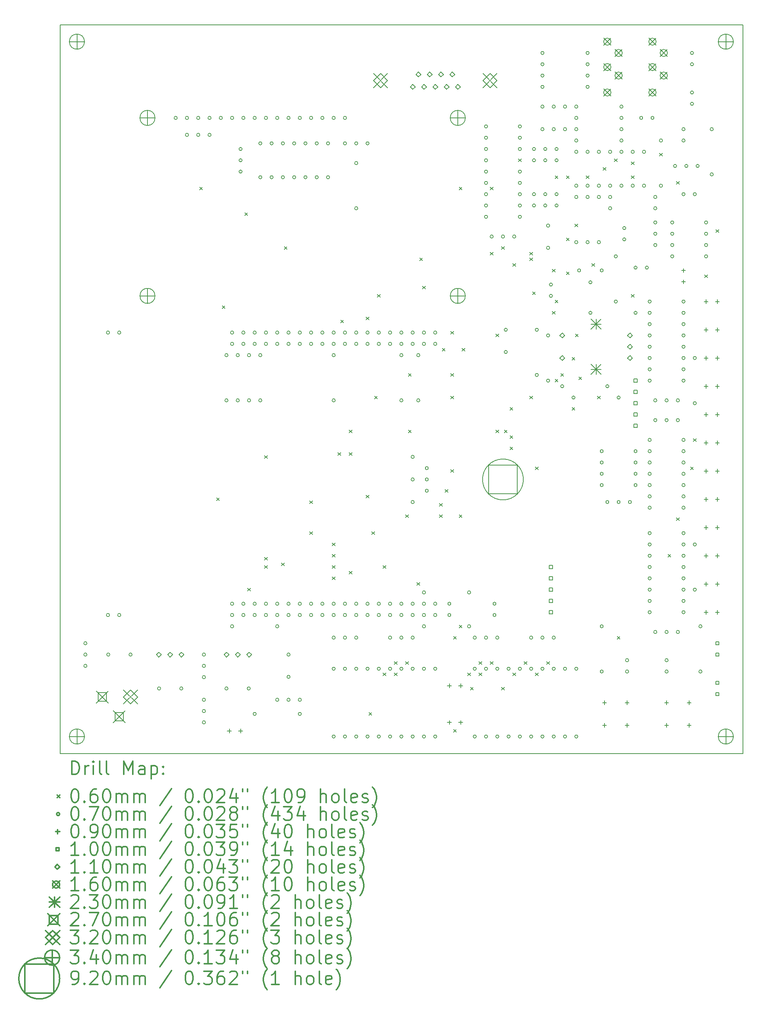
<source format=gbr>
%FSLAX45Y45*%
G04 Gerber Fmt 4.5, Leading zero omitted, Abs format (unit mm)*
G04 Created by KiCad (PCBNEW 4.0.1-stable) date 05/03/17 04:52:43*
%MOMM*%
G01*
G04 APERTURE LIST*
%ADD10C,0.127000*%
%ADD11C,0.150000*%
%ADD12C,0.200000*%
%ADD13C,0.300000*%
G04 APERTURE END LIST*
D10*
D11*
X1778000Y-18415000D02*
X2032000Y-18415000D01*
X1778000Y-2032000D02*
X1778000Y-18415000D01*
X17145000Y-2032000D02*
X1778000Y-2032000D01*
X17145000Y-2286000D02*
X17145000Y-2032000D01*
X17145000Y-18161000D02*
X17145000Y-18415000D01*
X2032000Y-18415000D02*
X2540000Y-18415000D01*
X17145000Y-18161000D02*
X17145000Y-2286000D01*
X2540000Y-18415000D02*
X17145000Y-18415000D01*
D12*
X4923000Y-5685000D02*
X4983000Y-5745000D01*
X4983000Y-5685000D02*
X4923000Y-5745000D01*
X5304000Y-12670000D02*
X5364000Y-12730000D01*
X5364000Y-12670000D02*
X5304000Y-12730000D01*
X5431000Y-8352000D02*
X5491000Y-8412000D01*
X5491000Y-8352000D02*
X5431000Y-8412000D01*
X5939000Y-6256500D02*
X5999000Y-6316500D01*
X5999000Y-6256500D02*
X5939000Y-6316500D01*
X6002500Y-14702000D02*
X6062500Y-14762000D01*
X6062500Y-14702000D02*
X6002500Y-14762000D01*
X6383500Y-11717500D02*
X6443500Y-11777500D01*
X6443500Y-11717500D02*
X6383500Y-11777500D01*
X6383500Y-14003500D02*
X6443500Y-14063500D01*
X6443500Y-14003500D02*
X6383500Y-14063500D01*
X6383500Y-14194000D02*
X6443500Y-14254000D01*
X6443500Y-14194000D02*
X6383500Y-14254000D01*
X6764500Y-14130500D02*
X6824500Y-14190500D01*
X6824500Y-14130500D02*
X6764500Y-14190500D01*
X6828000Y-7018500D02*
X6888000Y-7078500D01*
X6888000Y-7018500D02*
X6828000Y-7078500D01*
X7399500Y-12733500D02*
X7459500Y-12793500D01*
X7459500Y-12733500D02*
X7399500Y-12793500D01*
X7399500Y-13432000D02*
X7459500Y-13492000D01*
X7459500Y-13432000D02*
X7399500Y-13492000D01*
X7907500Y-13686000D02*
X7967500Y-13746000D01*
X7967500Y-13686000D02*
X7907500Y-13746000D01*
X7907500Y-13940000D02*
X7967500Y-14000000D01*
X7967500Y-13940000D02*
X7907500Y-14000000D01*
X7907500Y-14194000D02*
X7967500Y-14254000D01*
X7967500Y-14194000D02*
X7907500Y-14254000D01*
X7907500Y-14448000D02*
X7967500Y-14508000D01*
X7967500Y-14448000D02*
X7907500Y-14508000D01*
X8034500Y-11654000D02*
X8094500Y-11714000D01*
X8094500Y-11654000D02*
X8034500Y-11714000D01*
X8098000Y-8669500D02*
X8158000Y-8729500D01*
X8158000Y-8669500D02*
X8098000Y-8729500D01*
X8288500Y-11146000D02*
X8348500Y-11206000D01*
X8348500Y-11146000D02*
X8288500Y-11206000D01*
X8288500Y-11654000D02*
X8348500Y-11714000D01*
X8348500Y-11654000D02*
X8288500Y-11714000D01*
X8288500Y-14321000D02*
X8348500Y-14381000D01*
X8348500Y-14321000D02*
X8288500Y-14381000D01*
X8669500Y-8606000D02*
X8729500Y-8666000D01*
X8729500Y-8606000D02*
X8669500Y-8666000D01*
X8669500Y-12606500D02*
X8729500Y-12666500D01*
X8729500Y-12606500D02*
X8669500Y-12666500D01*
X8733000Y-17496000D02*
X8793000Y-17556000D01*
X8793000Y-17496000D02*
X8733000Y-17556000D01*
X8796500Y-13432000D02*
X8856500Y-13492000D01*
X8856500Y-13432000D02*
X8796500Y-13492000D01*
X8860000Y-10384000D02*
X8920000Y-10444000D01*
X8920000Y-10384000D02*
X8860000Y-10444000D01*
X8923500Y-8098000D02*
X8983500Y-8158000D01*
X8983500Y-8098000D02*
X8923500Y-8158000D01*
X9050500Y-14194000D02*
X9110500Y-14254000D01*
X9110500Y-14194000D02*
X9050500Y-14254000D01*
X9050500Y-16607000D02*
X9110500Y-16667000D01*
X9110500Y-16607000D02*
X9050500Y-16667000D01*
X9304500Y-16353000D02*
X9364500Y-16413000D01*
X9364500Y-16353000D02*
X9304500Y-16413000D01*
X9304500Y-16607000D02*
X9364500Y-16667000D01*
X9364500Y-16607000D02*
X9304500Y-16667000D01*
X9558500Y-13051000D02*
X9618500Y-13111000D01*
X9618500Y-13051000D02*
X9558500Y-13111000D01*
X9558500Y-16353000D02*
X9618500Y-16413000D01*
X9618500Y-16353000D02*
X9558500Y-16413000D01*
X9622000Y-9876000D02*
X9682000Y-9936000D01*
X9682000Y-9876000D02*
X9622000Y-9936000D01*
X9622000Y-11146000D02*
X9682000Y-11206000D01*
X9682000Y-11146000D02*
X9622000Y-11206000D01*
X9812500Y-14575000D02*
X9872500Y-14635000D01*
X9872500Y-14575000D02*
X9812500Y-14635000D01*
X9876000Y-7272500D02*
X9936000Y-7332500D01*
X9936000Y-7272500D02*
X9876000Y-7332500D01*
X9939500Y-7907500D02*
X9999500Y-7967500D01*
X9999500Y-7907500D02*
X9939500Y-7967500D01*
X10320500Y-12797000D02*
X10380500Y-12857000D01*
X10380500Y-12797000D02*
X10320500Y-12857000D01*
X10320500Y-13051000D02*
X10380500Y-13111000D01*
X10380500Y-13051000D02*
X10320500Y-13111000D01*
X10384000Y-9304500D02*
X10444000Y-9364500D01*
X10444000Y-9304500D02*
X10384000Y-9364500D01*
X10447500Y-12479500D02*
X10507500Y-12539500D01*
X10507500Y-12479500D02*
X10447500Y-12539500D01*
X10574500Y-8923500D02*
X10634500Y-8983500D01*
X10634500Y-8923500D02*
X10574500Y-8983500D01*
X10574500Y-9876000D02*
X10634500Y-9936000D01*
X10634500Y-9876000D02*
X10574500Y-9936000D01*
X10574500Y-10384000D02*
X10634500Y-10444000D01*
X10634500Y-10384000D02*
X10574500Y-10444000D01*
X10574500Y-12035000D02*
X10634500Y-12095000D01*
X10634500Y-12035000D02*
X10574500Y-12095000D01*
X10638000Y-15781500D02*
X10698000Y-15841500D01*
X10698000Y-15781500D02*
X10638000Y-15841500D01*
X10638000Y-17877000D02*
X10698000Y-17937000D01*
X10698000Y-17877000D02*
X10638000Y-17937000D01*
X10765000Y-5685000D02*
X10825000Y-5745000D01*
X10825000Y-5685000D02*
X10765000Y-5745000D01*
X10765000Y-13051000D02*
X10825000Y-13111000D01*
X10825000Y-13051000D02*
X10765000Y-13111000D01*
X10765000Y-15527500D02*
X10825000Y-15587500D01*
X10825000Y-15527500D02*
X10765000Y-15587500D01*
X10828500Y-9304500D02*
X10888500Y-9364500D01*
X10888500Y-9304500D02*
X10828500Y-9364500D01*
X10955500Y-16607000D02*
X11015500Y-16667000D01*
X11015500Y-16607000D02*
X10955500Y-16667000D01*
X11019000Y-16924500D02*
X11079000Y-16984500D01*
X11079000Y-16924500D02*
X11019000Y-16984500D01*
X11209500Y-16353000D02*
X11269500Y-16413000D01*
X11269500Y-16353000D02*
X11209500Y-16413000D01*
X11209500Y-16607000D02*
X11269500Y-16667000D01*
X11269500Y-16607000D02*
X11209500Y-16667000D01*
X11463500Y-5685000D02*
X11523500Y-5745000D01*
X11523500Y-5685000D02*
X11463500Y-5745000D01*
X11463500Y-7145500D02*
X11523500Y-7205500D01*
X11523500Y-7145500D02*
X11463500Y-7205500D01*
X11463500Y-16353000D02*
X11523500Y-16413000D01*
X11523500Y-16353000D02*
X11463500Y-16413000D01*
X11590500Y-8987000D02*
X11650500Y-9047000D01*
X11650500Y-8987000D02*
X11590500Y-9047000D01*
X11590500Y-11146000D02*
X11650500Y-11206000D01*
X11650500Y-11146000D02*
X11590500Y-11206000D01*
X11717500Y-7018500D02*
X11777500Y-7078500D01*
X11777500Y-7018500D02*
X11717500Y-7078500D01*
X11717500Y-16924500D02*
X11777500Y-16984500D01*
X11777500Y-16924500D02*
X11717500Y-16984500D01*
X11781000Y-11146000D02*
X11841000Y-11206000D01*
X11841000Y-11146000D02*
X11781000Y-11206000D01*
X11908000Y-10638000D02*
X11968000Y-10698000D01*
X11968000Y-10638000D02*
X11908000Y-10698000D01*
X11908000Y-11273000D02*
X11968000Y-11333000D01*
X11968000Y-11273000D02*
X11908000Y-11333000D01*
X11908000Y-11527000D02*
X11968000Y-11587000D01*
X11968000Y-11527000D02*
X11908000Y-11587000D01*
X11971500Y-7399500D02*
X12031500Y-7459500D01*
X12031500Y-7399500D02*
X11971500Y-7459500D01*
X11971500Y-16607000D02*
X12031500Y-16667000D01*
X12031500Y-16607000D02*
X11971500Y-16667000D01*
X12098500Y-5050000D02*
X12158500Y-5110000D01*
X12158500Y-5050000D02*
X12098500Y-5110000D01*
X12225500Y-16353000D02*
X12285500Y-16413000D01*
X12285500Y-16353000D02*
X12225500Y-16413000D01*
X12352500Y-7145500D02*
X12412500Y-7205500D01*
X12412500Y-7145500D02*
X12352500Y-7205500D01*
X12352500Y-7272500D02*
X12412500Y-7332500D01*
X12412500Y-7272500D02*
X12352500Y-7332500D01*
X12352500Y-10384000D02*
X12412500Y-10444000D01*
X12412500Y-10384000D02*
X12352500Y-10444000D01*
X12416000Y-8034500D02*
X12476000Y-8094500D01*
X12476000Y-8034500D02*
X12416000Y-8094500D01*
X12479500Y-11971500D02*
X12539500Y-12031500D01*
X12539500Y-11971500D02*
X12479500Y-12031500D01*
X12479500Y-16607000D02*
X12539500Y-16667000D01*
X12539500Y-16607000D02*
X12479500Y-16667000D01*
X12733500Y-16353000D02*
X12793500Y-16413000D01*
X12793500Y-16353000D02*
X12733500Y-16413000D01*
X12860500Y-7526500D02*
X12920500Y-7586500D01*
X12920500Y-7526500D02*
X12860500Y-7586500D01*
X12860500Y-8479000D02*
X12920500Y-8539000D01*
X12920500Y-8479000D02*
X12860500Y-8539000D01*
X12924000Y-5431000D02*
X12984000Y-5491000D01*
X12984000Y-5431000D02*
X12924000Y-5491000D01*
X12924000Y-8225000D02*
X12984000Y-8285000D01*
X12984000Y-8225000D02*
X12924000Y-8285000D01*
X12924000Y-10003000D02*
X12984000Y-10063000D01*
X12984000Y-10003000D02*
X12924000Y-10063000D01*
X13051000Y-9876000D02*
X13111000Y-9936000D01*
X13111000Y-9876000D02*
X13051000Y-9936000D01*
X13178000Y-5431000D02*
X13238000Y-5491000D01*
X13238000Y-5431000D02*
X13178000Y-5491000D01*
X13178000Y-6828000D02*
X13238000Y-6888000D01*
X13238000Y-6828000D02*
X13178000Y-6888000D01*
X13178000Y-7590000D02*
X13238000Y-7650000D01*
X13238000Y-7590000D02*
X13178000Y-7650000D01*
X13305000Y-9508020D02*
X13365000Y-9568020D01*
X13365000Y-9508020D02*
X13305000Y-9568020D01*
X13305000Y-10638000D02*
X13365000Y-10698000D01*
X13365000Y-10638000D02*
X13305000Y-10698000D01*
X13368500Y-6510500D02*
X13428500Y-6570500D01*
X13428500Y-6510500D02*
X13368500Y-6570500D01*
X13381200Y-8987000D02*
X13441200Y-9047000D01*
X13441200Y-8987000D02*
X13381200Y-9047000D01*
X13457400Y-9952200D02*
X13517400Y-10012200D01*
X13517400Y-9952200D02*
X13457400Y-10012200D01*
X13622500Y-5431000D02*
X13682500Y-5491000D01*
X13682500Y-5431000D02*
X13622500Y-5491000D01*
X13749500Y-7399500D02*
X13809500Y-7459500D01*
X13809500Y-7399500D02*
X13749500Y-7459500D01*
X13876500Y-10384000D02*
X13936500Y-10444000D01*
X13936500Y-10384000D02*
X13876500Y-10444000D01*
X14003500Y-5240500D02*
X14063500Y-5300500D01*
X14063500Y-5240500D02*
X14003500Y-5300500D01*
X14257500Y-5050000D02*
X14317500Y-5110000D01*
X14317500Y-5050000D02*
X14257500Y-5110000D01*
X14321000Y-15781500D02*
X14381000Y-15841500D01*
X14381000Y-15781500D02*
X14321000Y-15841500D01*
X14638500Y-5113500D02*
X14698500Y-5173500D01*
X14698500Y-5113500D02*
X14638500Y-5173500D01*
X14638500Y-5431000D02*
X14698500Y-5491000D01*
X14698500Y-5431000D02*
X14638500Y-5491000D01*
X14638500Y-8098000D02*
X14698500Y-8158000D01*
X14698500Y-8098000D02*
X14638500Y-8158000D01*
X15273500Y-4923000D02*
X15333500Y-4983000D01*
X15333500Y-4923000D02*
X15273500Y-4983000D01*
X15464000Y-13940000D02*
X15524000Y-14000000D01*
X15524000Y-13940000D02*
X15464000Y-14000000D01*
X15654500Y-5558000D02*
X15714500Y-5618000D01*
X15714500Y-5558000D02*
X15654500Y-5618000D01*
X15654500Y-13114500D02*
X15714500Y-13174500D01*
X15714500Y-13114500D02*
X15654500Y-13174500D01*
X15972000Y-11971500D02*
X16032000Y-12031500D01*
X16032000Y-11971500D02*
X15972000Y-12031500D01*
X16035500Y-11336500D02*
X16095500Y-11396500D01*
X16095500Y-11336500D02*
X16035500Y-11396500D01*
X16289500Y-7653500D02*
X16349500Y-7713500D01*
X16349500Y-7653500D02*
X16289500Y-7713500D01*
X16543500Y-6637500D02*
X16603500Y-6697500D01*
X16603500Y-6637500D02*
X16543500Y-6697500D01*
X2384500Y-15938500D02*
G75*
G03X2384500Y-15938500I-35000J0D01*
G01*
X2384500Y-16192500D02*
G75*
G03X2384500Y-16192500I-35000J0D01*
G01*
X2384500Y-16446500D02*
G75*
G03X2384500Y-16446500I-35000J0D01*
G01*
X2892500Y-8953500D02*
G75*
G03X2892500Y-8953500I-35000J0D01*
G01*
X2892500Y-15303500D02*
G75*
G03X2892500Y-15303500I-35000J0D01*
G01*
X2900500Y-16192500D02*
G75*
G03X2900500Y-16192500I-35000J0D01*
G01*
X3146500Y-8953500D02*
G75*
G03X3146500Y-8953500I-35000J0D01*
G01*
X3146500Y-15303500D02*
G75*
G03X3146500Y-15303500I-35000J0D01*
G01*
X3400500Y-16192500D02*
G75*
G03X3400500Y-16192500I-35000J0D01*
G01*
X4043500Y-16954500D02*
G75*
G03X4043500Y-16954500I-35000J0D01*
G01*
X4416500Y-4127500D02*
G75*
G03X4416500Y-4127500I-35000J0D01*
G01*
X4543500Y-16954500D02*
G75*
G03X4543500Y-16954500I-35000J0D01*
G01*
X4670500Y-4127500D02*
G75*
G03X4670500Y-4127500I-35000J0D01*
G01*
X4670500Y-4508500D02*
G75*
G03X4670500Y-4508500I-35000J0D01*
G01*
X4924500Y-4127500D02*
G75*
G03X4924500Y-4127500I-35000J0D01*
G01*
X4924500Y-4508500D02*
G75*
G03X4924500Y-4508500I-35000J0D01*
G01*
X5051500Y-16192500D02*
G75*
G03X5051500Y-16192500I-35000J0D01*
G01*
X5051500Y-16446500D02*
G75*
G03X5051500Y-16446500I-35000J0D01*
G01*
X5051500Y-16700500D02*
G75*
G03X5051500Y-16700500I-35000J0D01*
G01*
X5051500Y-17208500D02*
G75*
G03X5051500Y-17208500I-35000J0D01*
G01*
X5051500Y-17462500D02*
G75*
G03X5051500Y-17462500I-35000J0D01*
G01*
X5051500Y-17716500D02*
G75*
G03X5051500Y-17716500I-35000J0D01*
G01*
X5178500Y-4127500D02*
G75*
G03X5178500Y-4127500I-35000J0D01*
G01*
X5178500Y-4508500D02*
G75*
G03X5178500Y-4508500I-35000J0D01*
G01*
X5432500Y-4127500D02*
G75*
G03X5432500Y-4127500I-35000J0D01*
G01*
X5559500Y-9461500D02*
G75*
G03X5559500Y-9461500I-35000J0D01*
G01*
X5559500Y-10477500D02*
G75*
G03X5559500Y-10477500I-35000J0D01*
G01*
X5559500Y-16954500D02*
G75*
G03X5559500Y-16954500I-35000J0D01*
G01*
X5686500Y-4127500D02*
G75*
G03X5686500Y-4127500I-35000J0D01*
G01*
X5686500Y-8953500D02*
G75*
G03X5686500Y-8953500I-35000J0D01*
G01*
X5686500Y-9207500D02*
G75*
G03X5686500Y-9207500I-35000J0D01*
G01*
X5686500Y-15049500D02*
G75*
G03X5686500Y-15049500I-35000J0D01*
G01*
X5686500Y-15303500D02*
G75*
G03X5686500Y-15303500I-35000J0D01*
G01*
X5686500Y-15557500D02*
G75*
G03X5686500Y-15557500I-35000J0D01*
G01*
X5813500Y-9461500D02*
G75*
G03X5813500Y-9461500I-35000J0D01*
G01*
X5813500Y-10477500D02*
G75*
G03X5813500Y-10477500I-35000J0D01*
G01*
X5877000Y-4826000D02*
G75*
G03X5877000Y-4826000I-35000J0D01*
G01*
X5877000Y-5080000D02*
G75*
G03X5877000Y-5080000I-35000J0D01*
G01*
X5877000Y-5334000D02*
G75*
G03X5877000Y-5334000I-35000J0D01*
G01*
X5940500Y-4127500D02*
G75*
G03X5940500Y-4127500I-35000J0D01*
G01*
X5940500Y-8953500D02*
G75*
G03X5940500Y-8953500I-35000J0D01*
G01*
X5940500Y-9207500D02*
G75*
G03X5940500Y-9207500I-35000J0D01*
G01*
X5940500Y-15049500D02*
G75*
G03X5940500Y-15049500I-35000J0D01*
G01*
X5940500Y-15303500D02*
G75*
G03X5940500Y-15303500I-35000J0D01*
G01*
X6059500Y-16954500D02*
G75*
G03X6059500Y-16954500I-35000J0D01*
G01*
X6067500Y-9461500D02*
G75*
G03X6067500Y-9461500I-35000J0D01*
G01*
X6067500Y-10477500D02*
G75*
G03X6067500Y-10477500I-35000J0D01*
G01*
X6194500Y-4127500D02*
G75*
G03X6194500Y-4127500I-35000J0D01*
G01*
X6194500Y-8953500D02*
G75*
G03X6194500Y-8953500I-35000J0D01*
G01*
X6194500Y-9207500D02*
G75*
G03X6194500Y-9207500I-35000J0D01*
G01*
X6194500Y-15049500D02*
G75*
G03X6194500Y-15049500I-35000J0D01*
G01*
X6194500Y-15303500D02*
G75*
G03X6194500Y-15303500I-35000J0D01*
G01*
X6194500Y-17526000D02*
G75*
G03X6194500Y-17526000I-35000J0D01*
G01*
X6321500Y-4699000D02*
G75*
G03X6321500Y-4699000I-35000J0D01*
G01*
X6321500Y-5461000D02*
G75*
G03X6321500Y-5461000I-35000J0D01*
G01*
X6321500Y-9461500D02*
G75*
G03X6321500Y-9461500I-35000J0D01*
G01*
X6321500Y-10477500D02*
G75*
G03X6321500Y-10477500I-35000J0D01*
G01*
X6448500Y-4127500D02*
G75*
G03X6448500Y-4127500I-35000J0D01*
G01*
X6448500Y-8953500D02*
G75*
G03X6448500Y-8953500I-35000J0D01*
G01*
X6448500Y-9207500D02*
G75*
G03X6448500Y-9207500I-35000J0D01*
G01*
X6448500Y-15049500D02*
G75*
G03X6448500Y-15049500I-35000J0D01*
G01*
X6448500Y-15303500D02*
G75*
G03X6448500Y-15303500I-35000J0D01*
G01*
X6575500Y-4699000D02*
G75*
G03X6575500Y-4699000I-35000J0D01*
G01*
X6575500Y-5461000D02*
G75*
G03X6575500Y-5461000I-35000J0D01*
G01*
X6702500Y-4127500D02*
G75*
G03X6702500Y-4127500I-35000J0D01*
G01*
X6702500Y-8953500D02*
G75*
G03X6702500Y-8953500I-35000J0D01*
G01*
X6702500Y-9207500D02*
G75*
G03X6702500Y-9207500I-35000J0D01*
G01*
X6702500Y-15049500D02*
G75*
G03X6702500Y-15049500I-35000J0D01*
G01*
X6702500Y-15303500D02*
G75*
G03X6702500Y-15303500I-35000J0D01*
G01*
X6702500Y-15557500D02*
G75*
G03X6702500Y-15557500I-35000J0D01*
G01*
X6702500Y-17208500D02*
G75*
G03X6702500Y-17208500I-35000J0D01*
G01*
X6829500Y-4699000D02*
G75*
G03X6829500Y-4699000I-35000J0D01*
G01*
X6829500Y-5461000D02*
G75*
G03X6829500Y-5461000I-35000J0D01*
G01*
X6956500Y-4127500D02*
G75*
G03X6956500Y-4127500I-35000J0D01*
G01*
X6956500Y-8953500D02*
G75*
G03X6956500Y-8953500I-35000J0D01*
G01*
X6956500Y-9207500D02*
G75*
G03X6956500Y-9207500I-35000J0D01*
G01*
X6956500Y-15049500D02*
G75*
G03X6956500Y-15049500I-35000J0D01*
G01*
X6956500Y-15303500D02*
G75*
G03X6956500Y-15303500I-35000J0D01*
G01*
X6956500Y-16192500D02*
G75*
G03X6956500Y-16192500I-35000J0D01*
G01*
X6956500Y-16692500D02*
G75*
G03X6956500Y-16692500I-35000J0D01*
G01*
X6956500Y-17208500D02*
G75*
G03X6956500Y-17208500I-35000J0D01*
G01*
X7083500Y-4699000D02*
G75*
G03X7083500Y-4699000I-35000J0D01*
G01*
X7083500Y-5461000D02*
G75*
G03X7083500Y-5461000I-35000J0D01*
G01*
X7210500Y-4127500D02*
G75*
G03X7210500Y-4127500I-35000J0D01*
G01*
X7210500Y-8953500D02*
G75*
G03X7210500Y-8953500I-35000J0D01*
G01*
X7210500Y-9207500D02*
G75*
G03X7210500Y-9207500I-35000J0D01*
G01*
X7210500Y-15049500D02*
G75*
G03X7210500Y-15049500I-35000J0D01*
G01*
X7210500Y-15303500D02*
G75*
G03X7210500Y-15303500I-35000J0D01*
G01*
X7210500Y-17208500D02*
G75*
G03X7210500Y-17208500I-35000J0D01*
G01*
X7210500Y-17526000D02*
G75*
G03X7210500Y-17526000I-35000J0D01*
G01*
X7337500Y-4699000D02*
G75*
G03X7337500Y-4699000I-35000J0D01*
G01*
X7337500Y-5461000D02*
G75*
G03X7337500Y-5461000I-35000J0D01*
G01*
X7464500Y-4127500D02*
G75*
G03X7464500Y-4127500I-35000J0D01*
G01*
X7464500Y-8953500D02*
G75*
G03X7464500Y-8953500I-35000J0D01*
G01*
X7464500Y-9207500D02*
G75*
G03X7464500Y-9207500I-35000J0D01*
G01*
X7464500Y-15049500D02*
G75*
G03X7464500Y-15049500I-35000J0D01*
G01*
X7464500Y-15303500D02*
G75*
G03X7464500Y-15303500I-35000J0D01*
G01*
X7591500Y-4699000D02*
G75*
G03X7591500Y-4699000I-35000J0D01*
G01*
X7591500Y-5461000D02*
G75*
G03X7591500Y-5461000I-35000J0D01*
G01*
X7718500Y-4127500D02*
G75*
G03X7718500Y-4127500I-35000J0D01*
G01*
X7718500Y-8953500D02*
G75*
G03X7718500Y-8953500I-35000J0D01*
G01*
X7718500Y-9207500D02*
G75*
G03X7718500Y-9207500I-35000J0D01*
G01*
X7718500Y-15049500D02*
G75*
G03X7718500Y-15049500I-35000J0D01*
G01*
X7718500Y-15303500D02*
G75*
G03X7718500Y-15303500I-35000J0D01*
G01*
X7845500Y-4699000D02*
G75*
G03X7845500Y-4699000I-35000J0D01*
G01*
X7845500Y-5461000D02*
G75*
G03X7845500Y-5461000I-35000J0D01*
G01*
X7972500Y-4127500D02*
G75*
G03X7972500Y-4127500I-35000J0D01*
G01*
X7972500Y-8953500D02*
G75*
G03X7972500Y-8953500I-35000J0D01*
G01*
X7972500Y-9207500D02*
G75*
G03X7972500Y-9207500I-35000J0D01*
G01*
X7972500Y-9461500D02*
G75*
G03X7972500Y-9461500I-35000J0D01*
G01*
X7972500Y-10477500D02*
G75*
G03X7972500Y-10477500I-35000J0D01*
G01*
X7972500Y-15049500D02*
G75*
G03X7972500Y-15049500I-35000J0D01*
G01*
X7972500Y-15303500D02*
G75*
G03X7972500Y-15303500I-35000J0D01*
G01*
X7972500Y-15811500D02*
G75*
G03X7972500Y-15811500I-35000J0D01*
G01*
X7972500Y-16510000D02*
G75*
G03X7972500Y-16510000I-35000J0D01*
G01*
X7972500Y-18034000D02*
G75*
G03X7972500Y-18034000I-35000J0D01*
G01*
X8226500Y-4127500D02*
G75*
G03X8226500Y-4127500I-35000J0D01*
G01*
X8226500Y-4699000D02*
G75*
G03X8226500Y-4699000I-35000J0D01*
G01*
X8226500Y-8953500D02*
G75*
G03X8226500Y-8953500I-35000J0D01*
G01*
X8226500Y-9207500D02*
G75*
G03X8226500Y-9207500I-35000J0D01*
G01*
X8226500Y-15049500D02*
G75*
G03X8226500Y-15049500I-35000J0D01*
G01*
X8226500Y-15303500D02*
G75*
G03X8226500Y-15303500I-35000J0D01*
G01*
X8226500Y-15811500D02*
G75*
G03X8226500Y-15811500I-35000J0D01*
G01*
X8226500Y-16510000D02*
G75*
G03X8226500Y-16510000I-35000J0D01*
G01*
X8226500Y-18034000D02*
G75*
G03X8226500Y-18034000I-35000J0D01*
G01*
X8480500Y-4699000D02*
G75*
G03X8480500Y-4699000I-35000J0D01*
G01*
X8480500Y-5143500D02*
G75*
G03X8480500Y-5143500I-35000J0D01*
G01*
X8480500Y-6159500D02*
G75*
G03X8480500Y-6159500I-35000J0D01*
G01*
X8480500Y-8953500D02*
G75*
G03X8480500Y-8953500I-35000J0D01*
G01*
X8480500Y-9207500D02*
G75*
G03X8480500Y-9207500I-35000J0D01*
G01*
X8480500Y-15049500D02*
G75*
G03X8480500Y-15049500I-35000J0D01*
G01*
X8480500Y-15303500D02*
G75*
G03X8480500Y-15303500I-35000J0D01*
G01*
X8480500Y-15811500D02*
G75*
G03X8480500Y-15811500I-35000J0D01*
G01*
X8480500Y-16510000D02*
G75*
G03X8480500Y-16510000I-35000J0D01*
G01*
X8480500Y-18034000D02*
G75*
G03X8480500Y-18034000I-35000J0D01*
G01*
X8734500Y-4699000D02*
G75*
G03X8734500Y-4699000I-35000J0D01*
G01*
X8734500Y-8953500D02*
G75*
G03X8734500Y-8953500I-35000J0D01*
G01*
X8734500Y-9207500D02*
G75*
G03X8734500Y-9207500I-35000J0D01*
G01*
X8734500Y-15049500D02*
G75*
G03X8734500Y-15049500I-35000J0D01*
G01*
X8734500Y-15303500D02*
G75*
G03X8734500Y-15303500I-35000J0D01*
G01*
X8734500Y-16510000D02*
G75*
G03X8734500Y-16510000I-35000J0D01*
G01*
X8734500Y-18034000D02*
G75*
G03X8734500Y-18034000I-35000J0D01*
G01*
X8988500Y-8953500D02*
G75*
G03X8988500Y-8953500I-35000J0D01*
G01*
X8988500Y-9207500D02*
G75*
G03X8988500Y-9207500I-35000J0D01*
G01*
X8988500Y-15049500D02*
G75*
G03X8988500Y-15049500I-35000J0D01*
G01*
X8988500Y-15303500D02*
G75*
G03X8988500Y-15303500I-35000J0D01*
G01*
X8988500Y-16510000D02*
G75*
G03X8988500Y-16510000I-35000J0D01*
G01*
X8988500Y-18034000D02*
G75*
G03X8988500Y-18034000I-35000J0D01*
G01*
X9242500Y-8953500D02*
G75*
G03X9242500Y-8953500I-35000J0D01*
G01*
X9242500Y-9207500D02*
G75*
G03X9242500Y-9207500I-35000J0D01*
G01*
X9242500Y-15049500D02*
G75*
G03X9242500Y-15049500I-35000J0D01*
G01*
X9242500Y-15303500D02*
G75*
G03X9242500Y-15303500I-35000J0D01*
G01*
X9242500Y-15811500D02*
G75*
G03X9242500Y-15811500I-35000J0D01*
G01*
X9242500Y-16510000D02*
G75*
G03X9242500Y-16510000I-35000J0D01*
G01*
X9242500Y-18034000D02*
G75*
G03X9242500Y-18034000I-35000J0D01*
G01*
X9496500Y-8953500D02*
G75*
G03X9496500Y-8953500I-35000J0D01*
G01*
X9496500Y-9207500D02*
G75*
G03X9496500Y-9207500I-35000J0D01*
G01*
X9496500Y-9461500D02*
G75*
G03X9496500Y-9461500I-35000J0D01*
G01*
X9496500Y-10477500D02*
G75*
G03X9496500Y-10477500I-35000J0D01*
G01*
X9496500Y-15049500D02*
G75*
G03X9496500Y-15049500I-35000J0D01*
G01*
X9496500Y-15303500D02*
G75*
G03X9496500Y-15303500I-35000J0D01*
G01*
X9496500Y-15811500D02*
G75*
G03X9496500Y-15811500I-35000J0D01*
G01*
X9496500Y-16510000D02*
G75*
G03X9496500Y-16510000I-35000J0D01*
G01*
X9496500Y-18034000D02*
G75*
G03X9496500Y-18034000I-35000J0D01*
G01*
X9750500Y-8953500D02*
G75*
G03X9750500Y-8953500I-35000J0D01*
G01*
X9750500Y-9207500D02*
G75*
G03X9750500Y-9207500I-35000J0D01*
G01*
X9750500Y-11747500D02*
G75*
G03X9750500Y-11747500I-35000J0D01*
G01*
X9750500Y-12255500D02*
G75*
G03X9750500Y-12255500I-35000J0D01*
G01*
X9750500Y-12763500D02*
G75*
G03X9750500Y-12763500I-35000J0D01*
G01*
X9750500Y-15049500D02*
G75*
G03X9750500Y-15049500I-35000J0D01*
G01*
X9750500Y-15303500D02*
G75*
G03X9750500Y-15303500I-35000J0D01*
G01*
X9750500Y-15811500D02*
G75*
G03X9750500Y-15811500I-35000J0D01*
G01*
X9750500Y-16510000D02*
G75*
G03X9750500Y-16510000I-35000J0D01*
G01*
X9750500Y-18034000D02*
G75*
G03X9750500Y-18034000I-35000J0D01*
G01*
X9877500Y-9461500D02*
G75*
G03X9877500Y-9461500I-35000J0D01*
G01*
X9877500Y-10477500D02*
G75*
G03X9877500Y-10477500I-35000J0D01*
G01*
X10004500Y-8953500D02*
G75*
G03X10004500Y-8953500I-35000J0D01*
G01*
X10004500Y-9207500D02*
G75*
G03X10004500Y-9207500I-35000J0D01*
G01*
X10004500Y-14795500D02*
G75*
G03X10004500Y-14795500I-35000J0D01*
G01*
X10004500Y-15049500D02*
G75*
G03X10004500Y-15049500I-35000J0D01*
G01*
X10004500Y-15303500D02*
G75*
G03X10004500Y-15303500I-35000J0D01*
G01*
X10004500Y-15557500D02*
G75*
G03X10004500Y-15557500I-35000J0D01*
G01*
X10004500Y-16510000D02*
G75*
G03X10004500Y-16510000I-35000J0D01*
G01*
X10004500Y-18034000D02*
G75*
G03X10004500Y-18034000I-35000J0D01*
G01*
X10068000Y-12001500D02*
G75*
G03X10068000Y-12001500I-35000J0D01*
G01*
X10068000Y-12255500D02*
G75*
G03X10068000Y-12255500I-35000J0D01*
G01*
X10068000Y-12509500D02*
G75*
G03X10068000Y-12509500I-35000J0D01*
G01*
X10258500Y-8953500D02*
G75*
G03X10258500Y-8953500I-35000J0D01*
G01*
X10258500Y-9207500D02*
G75*
G03X10258500Y-9207500I-35000J0D01*
G01*
X10258500Y-15049500D02*
G75*
G03X10258500Y-15049500I-35000J0D01*
G01*
X10258500Y-15303500D02*
G75*
G03X10258500Y-15303500I-35000J0D01*
G01*
X10258500Y-16510000D02*
G75*
G03X10258500Y-16510000I-35000J0D01*
G01*
X10258500Y-18034000D02*
G75*
G03X10258500Y-18034000I-35000J0D01*
G01*
X10576000Y-15049500D02*
G75*
G03X10576000Y-15049500I-35000J0D01*
G01*
X10576000Y-15303500D02*
G75*
G03X10576000Y-15303500I-35000J0D01*
G01*
X11020500Y-14795500D02*
G75*
G03X11020500Y-14795500I-35000J0D01*
G01*
X11020500Y-15557500D02*
G75*
G03X11020500Y-15557500I-35000J0D01*
G01*
X11147500Y-15811500D02*
G75*
G03X11147500Y-15811500I-35000J0D01*
G01*
X11147500Y-16510000D02*
G75*
G03X11147500Y-16510000I-35000J0D01*
G01*
X11147500Y-18034000D02*
G75*
G03X11147500Y-18034000I-35000J0D01*
G01*
X11401500Y-4318000D02*
G75*
G03X11401500Y-4318000I-35000J0D01*
G01*
X11401500Y-4572000D02*
G75*
G03X11401500Y-4572000I-35000J0D01*
G01*
X11401500Y-4826000D02*
G75*
G03X11401500Y-4826000I-35000J0D01*
G01*
X11401500Y-5080000D02*
G75*
G03X11401500Y-5080000I-35000J0D01*
G01*
X11401500Y-5334000D02*
G75*
G03X11401500Y-5334000I-35000J0D01*
G01*
X11401500Y-5588000D02*
G75*
G03X11401500Y-5588000I-35000J0D01*
G01*
X11401500Y-5842000D02*
G75*
G03X11401500Y-5842000I-35000J0D01*
G01*
X11401500Y-6096000D02*
G75*
G03X11401500Y-6096000I-35000J0D01*
G01*
X11401500Y-6350000D02*
G75*
G03X11401500Y-6350000I-35000J0D01*
G01*
X11401500Y-15811500D02*
G75*
G03X11401500Y-15811500I-35000J0D01*
G01*
X11401500Y-16510000D02*
G75*
G03X11401500Y-16510000I-35000J0D01*
G01*
X11401500Y-18034000D02*
G75*
G03X11401500Y-18034000I-35000J0D01*
G01*
X11528500Y-6794500D02*
G75*
G03X11528500Y-6794500I-35000J0D01*
G01*
X11592000Y-15049500D02*
G75*
G03X11592000Y-15049500I-35000J0D01*
G01*
X11592000Y-15303500D02*
G75*
G03X11592000Y-15303500I-35000J0D01*
G01*
X11655500Y-15811500D02*
G75*
G03X11655500Y-15811500I-35000J0D01*
G01*
X11655500Y-16510000D02*
G75*
G03X11655500Y-16510000I-35000J0D01*
G01*
X11655500Y-18034000D02*
G75*
G03X11655500Y-18034000I-35000J0D01*
G01*
X11782500Y-6794500D02*
G75*
G03X11782500Y-6794500I-35000J0D01*
G01*
X11846000Y-8890000D02*
G75*
G03X11846000Y-8890000I-35000J0D01*
G01*
X11846000Y-9390000D02*
G75*
G03X11846000Y-9390000I-35000J0D01*
G01*
X11909500Y-16510000D02*
G75*
G03X11909500Y-16510000I-35000J0D01*
G01*
X11909500Y-18034000D02*
G75*
G03X11909500Y-18034000I-35000J0D01*
G01*
X12036500Y-6794500D02*
G75*
G03X12036500Y-6794500I-35000J0D01*
G01*
X12163500Y-4318000D02*
G75*
G03X12163500Y-4318000I-35000J0D01*
G01*
X12163500Y-4572000D02*
G75*
G03X12163500Y-4572000I-35000J0D01*
G01*
X12163500Y-4826000D02*
G75*
G03X12163500Y-4826000I-35000J0D01*
G01*
X12163500Y-5334000D02*
G75*
G03X12163500Y-5334000I-35000J0D01*
G01*
X12163500Y-5588000D02*
G75*
G03X12163500Y-5588000I-35000J0D01*
G01*
X12163500Y-5842000D02*
G75*
G03X12163500Y-5842000I-35000J0D01*
G01*
X12163500Y-6096000D02*
G75*
G03X12163500Y-6096000I-35000J0D01*
G01*
X12163500Y-6350000D02*
G75*
G03X12163500Y-6350000I-35000J0D01*
G01*
X12163500Y-16510000D02*
G75*
G03X12163500Y-16510000I-35000J0D01*
G01*
X12163500Y-18034000D02*
G75*
G03X12163500Y-18034000I-35000J0D01*
G01*
X12417500Y-15811500D02*
G75*
G03X12417500Y-15811500I-35000J0D01*
G01*
X12417500Y-16510000D02*
G75*
G03X12417500Y-16510000I-35000J0D01*
G01*
X12417500Y-18034000D02*
G75*
G03X12417500Y-18034000I-35000J0D01*
G01*
X12481000Y-4826000D02*
G75*
G03X12481000Y-4826000I-35000J0D01*
G01*
X12481000Y-5080000D02*
G75*
G03X12481000Y-5080000I-35000J0D01*
G01*
X12481000Y-5842000D02*
G75*
G03X12481000Y-5842000I-35000J0D01*
G01*
X12481000Y-6096000D02*
G75*
G03X12481000Y-6096000I-35000J0D01*
G01*
X12544500Y-9906000D02*
G75*
G03X12544500Y-9906000I-35000J0D01*
G01*
X12544754Y-8890052D02*
G75*
G03X12544754Y-8890052I-35000J0D01*
G01*
X12671500Y-2667000D02*
G75*
G03X12671500Y-2667000I-35000J0D01*
G01*
X12671500Y-2921000D02*
G75*
G03X12671500Y-2921000I-35000J0D01*
G01*
X12671500Y-3175000D02*
G75*
G03X12671500Y-3175000I-35000J0D01*
G01*
X12671500Y-3429000D02*
G75*
G03X12671500Y-3429000I-35000J0D01*
G01*
X12671500Y-3873500D02*
G75*
G03X12671500Y-3873500I-35000J0D01*
G01*
X12671500Y-4381500D02*
G75*
G03X12671500Y-4381500I-35000J0D01*
G01*
X12671500Y-15811500D02*
G75*
G03X12671500Y-15811500I-35000J0D01*
G01*
X12671500Y-16510000D02*
G75*
G03X12671500Y-16510000I-35000J0D01*
G01*
X12671500Y-18034000D02*
G75*
G03X12671500Y-18034000I-35000J0D01*
G01*
X12735000Y-4826000D02*
G75*
G03X12735000Y-4826000I-35000J0D01*
G01*
X12735000Y-5080000D02*
G75*
G03X12735000Y-5080000I-35000J0D01*
G01*
X12735000Y-5842000D02*
G75*
G03X12735000Y-5842000I-35000J0D01*
G01*
X12735000Y-6096000D02*
G75*
G03X12735000Y-6096000I-35000J0D01*
G01*
X12798500Y-6548500D02*
G75*
G03X12798500Y-6548500I-35000J0D01*
G01*
X12798500Y-7048500D02*
G75*
G03X12798500Y-7048500I-35000J0D01*
G01*
X12798500Y-9017000D02*
G75*
G03X12798500Y-9017000I-35000J0D01*
G01*
X12798500Y-10033000D02*
G75*
G03X12798500Y-10033000I-35000J0D01*
G01*
X12862000Y-7874000D02*
G75*
G03X12862000Y-7874000I-35000J0D01*
G01*
X12862000Y-8128000D02*
G75*
G03X12862000Y-8128000I-35000J0D01*
G01*
X12925500Y-3873500D02*
G75*
G03X12925500Y-3873500I-35000J0D01*
G01*
X12925500Y-4381500D02*
G75*
G03X12925500Y-4381500I-35000J0D01*
G01*
X12925500Y-15811500D02*
G75*
G03X12925500Y-15811500I-35000J0D01*
G01*
X12925500Y-16510000D02*
G75*
G03X12925500Y-16510000I-35000J0D01*
G01*
X12925500Y-18034000D02*
G75*
G03X12925500Y-18034000I-35000J0D01*
G01*
X12989000Y-4826000D02*
G75*
G03X12989000Y-4826000I-35000J0D01*
G01*
X12989000Y-5080000D02*
G75*
G03X12989000Y-5080000I-35000J0D01*
G01*
X12989000Y-5842000D02*
G75*
G03X12989000Y-5842000I-35000J0D01*
G01*
X12989000Y-6096000D02*
G75*
G03X12989000Y-6096000I-35000J0D01*
G01*
X13116000Y-10160000D02*
G75*
G03X13116000Y-10160000I-35000J0D01*
G01*
X13179500Y-3873500D02*
G75*
G03X13179500Y-3873500I-35000J0D01*
G01*
X13179500Y-4381500D02*
G75*
G03X13179500Y-4381500I-35000J0D01*
G01*
X13179500Y-16510000D02*
G75*
G03X13179500Y-16510000I-35000J0D01*
G01*
X13179500Y-18034000D02*
G75*
G03X13179500Y-18034000I-35000J0D01*
G01*
X13370000Y-10414000D02*
G75*
G03X13370000Y-10414000I-35000J0D01*
G01*
X13433246Y-6921448D02*
G75*
G03X13433246Y-6921448I-35000J0D01*
G01*
X13433500Y-3873500D02*
G75*
G03X13433500Y-3873500I-35000J0D01*
G01*
X13433500Y-4127500D02*
G75*
G03X13433500Y-4127500I-35000J0D01*
G01*
X13433500Y-4381500D02*
G75*
G03X13433500Y-4381500I-35000J0D01*
G01*
X13433500Y-4635500D02*
G75*
G03X13433500Y-4635500I-35000J0D01*
G01*
X13433500Y-4889500D02*
G75*
G03X13433500Y-4889500I-35000J0D01*
G01*
X13433500Y-5651500D02*
G75*
G03X13433500Y-5651500I-35000J0D01*
G01*
X13433500Y-5905500D02*
G75*
G03X13433500Y-5905500I-35000J0D01*
G01*
X13433500Y-16510000D02*
G75*
G03X13433500Y-16510000I-35000J0D01*
G01*
X13433500Y-18034000D02*
G75*
G03X13433500Y-18034000I-35000J0D01*
G01*
X13497000Y-7556500D02*
G75*
G03X13497000Y-7556500I-35000J0D01*
G01*
X13687500Y-2667000D02*
G75*
G03X13687500Y-2667000I-35000J0D01*
G01*
X13687500Y-2921000D02*
G75*
G03X13687500Y-2921000I-35000J0D01*
G01*
X13687500Y-3175000D02*
G75*
G03X13687500Y-3175000I-35000J0D01*
G01*
X13687500Y-3429000D02*
G75*
G03X13687500Y-3429000I-35000J0D01*
G01*
X13687500Y-4889500D02*
G75*
G03X13687500Y-4889500I-35000J0D01*
G01*
X13687500Y-5651500D02*
G75*
G03X13687500Y-5651500I-35000J0D01*
G01*
X13687500Y-5905500D02*
G75*
G03X13687500Y-5905500I-35000J0D01*
G01*
X13687500Y-6921500D02*
G75*
G03X13687500Y-6921500I-35000J0D01*
G01*
X13751000Y-7823200D02*
G75*
G03X13751000Y-7823200I-35000J0D01*
G01*
X13751000Y-8509000D02*
G75*
G03X13751000Y-8509000I-35000J0D01*
G01*
X13941500Y-4889500D02*
G75*
G03X13941500Y-4889500I-35000J0D01*
G01*
X13941500Y-5651500D02*
G75*
G03X13941500Y-5651500I-35000J0D01*
G01*
X13941500Y-5905500D02*
G75*
G03X13941500Y-5905500I-35000J0D01*
G01*
X13941500Y-6921500D02*
G75*
G03X13941500Y-6921500I-35000J0D01*
G01*
X14005000Y-7556500D02*
G75*
G03X14005000Y-7556500I-35000J0D01*
G01*
X14005000Y-11620500D02*
G75*
G03X14005000Y-11620500I-35000J0D01*
G01*
X14005000Y-11874500D02*
G75*
G03X14005000Y-11874500I-35000J0D01*
G01*
X14005000Y-12128500D02*
G75*
G03X14005000Y-12128500I-35000J0D01*
G01*
X14005000Y-12382500D02*
G75*
G03X14005000Y-12382500I-35000J0D01*
G01*
X14005000Y-15557500D02*
G75*
G03X14005000Y-15557500I-35000J0D01*
G01*
X14005000Y-16573500D02*
G75*
G03X14005000Y-16573500I-35000J0D01*
G01*
X14132000Y-10160000D02*
G75*
G03X14132000Y-10160000I-35000J0D01*
G01*
X14132000Y-12763500D02*
G75*
G03X14132000Y-12763500I-35000J0D01*
G01*
X14195500Y-4889500D02*
G75*
G03X14195500Y-4889500I-35000J0D01*
G01*
X14195500Y-5651500D02*
G75*
G03X14195500Y-5651500I-35000J0D01*
G01*
X14195500Y-5905500D02*
G75*
G03X14195500Y-5905500I-35000J0D01*
G01*
X14195500Y-6159500D02*
G75*
G03X14195500Y-6159500I-35000J0D01*
G01*
X14322500Y-7239000D02*
G75*
G03X14322500Y-7239000I-35000J0D01*
G01*
X14322500Y-8255000D02*
G75*
G03X14322500Y-8255000I-35000J0D01*
G01*
X14386000Y-10414000D02*
G75*
G03X14386000Y-10414000I-35000J0D01*
G01*
X14386000Y-12763500D02*
G75*
G03X14386000Y-12763500I-35000J0D01*
G01*
X14449500Y-3873500D02*
G75*
G03X14449500Y-3873500I-35000J0D01*
G01*
X14449500Y-4127500D02*
G75*
G03X14449500Y-4127500I-35000J0D01*
G01*
X14449500Y-4381500D02*
G75*
G03X14449500Y-4381500I-35000J0D01*
G01*
X14449500Y-4635500D02*
G75*
G03X14449500Y-4635500I-35000J0D01*
G01*
X14449500Y-4889500D02*
G75*
G03X14449500Y-4889500I-35000J0D01*
G01*
X14449500Y-5651500D02*
G75*
G03X14449500Y-5651500I-35000J0D01*
G01*
X14513000Y-6604000D02*
G75*
G03X14513000Y-6604000I-35000J0D01*
G01*
X14513000Y-6858000D02*
G75*
G03X14513000Y-6858000I-35000J0D01*
G01*
X14576500Y-16319500D02*
G75*
G03X14576500Y-16319500I-35000J0D01*
G01*
X14576500Y-16573500D02*
G75*
G03X14576500Y-16573500I-35000J0D01*
G01*
X14640000Y-12763500D02*
G75*
G03X14640000Y-12763500I-35000J0D01*
G01*
X14703500Y-4889500D02*
G75*
G03X14703500Y-4889500I-35000J0D01*
G01*
X14703500Y-5651500D02*
G75*
G03X14703500Y-5651500I-35000J0D01*
G01*
X14767000Y-7493000D02*
G75*
G03X14767000Y-7493000I-35000J0D01*
G01*
X14767000Y-8509000D02*
G75*
G03X14767000Y-8509000I-35000J0D01*
G01*
X14767000Y-11620500D02*
G75*
G03X14767000Y-11620500I-35000J0D01*
G01*
X14767000Y-11874500D02*
G75*
G03X14767000Y-11874500I-35000J0D01*
G01*
X14767000Y-12128500D02*
G75*
G03X14767000Y-12128500I-35000J0D01*
G01*
X14767000Y-12382500D02*
G75*
G03X14767000Y-12382500I-35000J0D01*
G01*
X14894000Y-4127500D02*
G75*
G03X14894000Y-4127500I-35000J0D01*
G01*
X14957500Y-4889500D02*
G75*
G03X14957500Y-4889500I-35000J0D01*
G01*
X14957500Y-5651500D02*
G75*
G03X14957500Y-5651500I-35000J0D01*
G01*
X15021000Y-7493000D02*
G75*
G03X15021000Y-7493000I-35000J0D01*
G01*
X15084500Y-8255000D02*
G75*
G03X15084500Y-8255000I-35000J0D01*
G01*
X15084500Y-8509000D02*
G75*
G03X15084500Y-8509000I-35000J0D01*
G01*
X15084500Y-8763000D02*
G75*
G03X15084500Y-8763000I-35000J0D01*
G01*
X15084500Y-9017000D02*
G75*
G03X15084500Y-9017000I-35000J0D01*
G01*
X15084500Y-9271000D02*
G75*
G03X15084500Y-9271000I-35000J0D01*
G01*
X15084500Y-9525000D02*
G75*
G03X15084500Y-9525000I-35000J0D01*
G01*
X15084500Y-9779000D02*
G75*
G03X15084500Y-9779000I-35000J0D01*
G01*
X15084500Y-10033000D02*
G75*
G03X15084500Y-10033000I-35000J0D01*
G01*
X15084500Y-11366500D02*
G75*
G03X15084500Y-11366500I-35000J0D01*
G01*
X15084500Y-11620500D02*
G75*
G03X15084500Y-11620500I-35000J0D01*
G01*
X15084500Y-11874500D02*
G75*
G03X15084500Y-11874500I-35000J0D01*
G01*
X15084500Y-12128500D02*
G75*
G03X15084500Y-12128500I-35000J0D01*
G01*
X15084500Y-12382500D02*
G75*
G03X15084500Y-12382500I-35000J0D01*
G01*
X15084500Y-12636500D02*
G75*
G03X15084500Y-12636500I-35000J0D01*
G01*
X15084500Y-12890500D02*
G75*
G03X15084500Y-12890500I-35000J0D01*
G01*
X15084500Y-13462000D02*
G75*
G03X15084500Y-13462000I-35000J0D01*
G01*
X15084500Y-13716000D02*
G75*
G03X15084500Y-13716000I-35000J0D01*
G01*
X15084500Y-13970000D02*
G75*
G03X15084500Y-13970000I-35000J0D01*
G01*
X15084500Y-14224000D02*
G75*
G03X15084500Y-14224000I-35000J0D01*
G01*
X15084500Y-14478000D02*
G75*
G03X15084500Y-14478000I-35000J0D01*
G01*
X15084500Y-14732000D02*
G75*
G03X15084500Y-14732000I-35000J0D01*
G01*
X15084500Y-14986000D02*
G75*
G03X15084500Y-14986000I-35000J0D01*
G01*
X15084500Y-15240000D02*
G75*
G03X15084500Y-15240000I-35000J0D01*
G01*
X15148000Y-4127500D02*
G75*
G03X15148000Y-4127500I-35000J0D01*
G01*
X15211500Y-5905500D02*
G75*
G03X15211500Y-5905500I-35000J0D01*
G01*
X15211500Y-6159500D02*
G75*
G03X15211500Y-6159500I-35000J0D01*
G01*
X15211500Y-6477000D02*
G75*
G03X15211500Y-6477000I-35000J0D01*
G01*
X15211500Y-6731000D02*
G75*
G03X15211500Y-6731000I-35000J0D01*
G01*
X15211500Y-6985000D02*
G75*
G03X15211500Y-6985000I-35000J0D01*
G01*
X15211500Y-10477500D02*
G75*
G03X15211500Y-10477500I-35000J0D01*
G01*
X15211500Y-10922000D02*
G75*
G03X15211500Y-10922000I-35000J0D01*
G01*
X15211500Y-15684500D02*
G75*
G03X15211500Y-15684500I-35000J0D01*
G01*
X15338246Y-5651448D02*
G75*
G03X15338246Y-5651448I-35000J0D01*
G01*
X15338500Y-4635500D02*
G75*
G03X15338500Y-4635500I-35000J0D01*
G01*
X15465500Y-10477500D02*
G75*
G03X15465500Y-10477500I-35000J0D01*
G01*
X15465500Y-10922000D02*
G75*
G03X15465500Y-10922000I-35000J0D01*
G01*
X15465500Y-15684500D02*
G75*
G03X15465500Y-15684500I-35000J0D01*
G01*
X15465500Y-16319500D02*
G75*
G03X15465500Y-16319500I-35000J0D01*
G01*
X15465500Y-16573500D02*
G75*
G03X15465500Y-16573500I-35000J0D01*
G01*
X15592500Y-6477000D02*
G75*
G03X15592500Y-6477000I-35000J0D01*
G01*
X15592500Y-6731000D02*
G75*
G03X15592500Y-6731000I-35000J0D01*
G01*
X15592500Y-6985000D02*
G75*
G03X15592500Y-6985000I-35000J0D01*
G01*
X15592500Y-7239000D02*
G75*
G03X15592500Y-7239000I-35000J0D01*
G01*
X15656000Y-5207000D02*
G75*
G03X15656000Y-5207000I-35000J0D01*
G01*
X15719500Y-10477500D02*
G75*
G03X15719500Y-10477500I-35000J0D01*
G01*
X15719500Y-10922000D02*
G75*
G03X15719500Y-10922000I-35000J0D01*
G01*
X15719500Y-15684500D02*
G75*
G03X15719500Y-15684500I-35000J0D01*
G01*
X15846500Y-4381500D02*
G75*
G03X15846500Y-4381500I-35000J0D01*
G01*
X15846500Y-4635500D02*
G75*
G03X15846500Y-4635500I-35000J0D01*
G01*
X15846500Y-5842000D02*
G75*
G03X15846500Y-5842000I-35000J0D01*
G01*
X15846500Y-8255000D02*
G75*
G03X15846500Y-8255000I-35000J0D01*
G01*
X15846500Y-8509000D02*
G75*
G03X15846500Y-8509000I-35000J0D01*
G01*
X15846500Y-8763000D02*
G75*
G03X15846500Y-8763000I-35000J0D01*
G01*
X15846500Y-9017000D02*
G75*
G03X15846500Y-9017000I-35000J0D01*
G01*
X15846500Y-9271000D02*
G75*
G03X15846500Y-9271000I-35000J0D01*
G01*
X15846500Y-9525000D02*
G75*
G03X15846500Y-9525000I-35000J0D01*
G01*
X15846500Y-9779000D02*
G75*
G03X15846500Y-9779000I-35000J0D01*
G01*
X15846500Y-10033000D02*
G75*
G03X15846500Y-10033000I-35000J0D01*
G01*
X15846500Y-11366500D02*
G75*
G03X15846500Y-11366500I-35000J0D01*
G01*
X15846500Y-11620500D02*
G75*
G03X15846500Y-11620500I-35000J0D01*
G01*
X15846500Y-11874500D02*
G75*
G03X15846500Y-11874500I-35000J0D01*
G01*
X15846500Y-12128500D02*
G75*
G03X15846500Y-12128500I-35000J0D01*
G01*
X15846500Y-12382500D02*
G75*
G03X15846500Y-12382500I-35000J0D01*
G01*
X15846500Y-12636500D02*
G75*
G03X15846500Y-12636500I-35000J0D01*
G01*
X15846500Y-12890500D02*
G75*
G03X15846500Y-12890500I-35000J0D01*
G01*
X15846500Y-13462000D02*
G75*
G03X15846500Y-13462000I-35000J0D01*
G01*
X15846500Y-13716000D02*
G75*
G03X15846500Y-13716000I-35000J0D01*
G01*
X15846500Y-13970000D02*
G75*
G03X15846500Y-13970000I-35000J0D01*
G01*
X15846500Y-14224000D02*
G75*
G03X15846500Y-14224000I-35000J0D01*
G01*
X15846500Y-14478000D02*
G75*
G03X15846500Y-14478000I-35000J0D01*
G01*
X15846500Y-14732000D02*
G75*
G03X15846500Y-14732000I-35000J0D01*
G01*
X15846500Y-14986000D02*
G75*
G03X15846500Y-14986000I-35000J0D01*
G01*
X15846500Y-15240000D02*
G75*
G03X15846500Y-15240000I-35000J0D01*
G01*
X15910000Y-5207000D02*
G75*
G03X15910000Y-5207000I-35000J0D01*
G01*
X16037000Y-2667000D02*
G75*
G03X16037000Y-2667000I-35000J0D01*
G01*
X16037000Y-2921000D02*
G75*
G03X16037000Y-2921000I-35000J0D01*
G01*
X16037000Y-3556000D02*
G75*
G03X16037000Y-3556000I-35000J0D01*
G01*
X16037000Y-3810000D02*
G75*
G03X16037000Y-3810000I-35000J0D01*
G01*
X16100500Y-5842000D02*
G75*
G03X16100500Y-5842000I-35000J0D01*
G01*
X16100500Y-9525000D02*
G75*
G03X16100500Y-9525000I-35000J0D01*
G01*
X16100500Y-10541000D02*
G75*
G03X16100500Y-10541000I-35000J0D01*
G01*
X16100500Y-13716000D02*
G75*
G03X16100500Y-13716000I-35000J0D01*
G01*
X16100500Y-14732000D02*
G75*
G03X16100500Y-14732000I-35000J0D01*
G01*
X16164000Y-5207000D02*
G75*
G03X16164000Y-5207000I-35000J0D01*
G01*
X16227500Y-15557500D02*
G75*
G03X16227500Y-15557500I-35000J0D01*
G01*
X16227500Y-16573500D02*
G75*
G03X16227500Y-16573500I-35000J0D01*
G01*
X16354500Y-6477000D02*
G75*
G03X16354500Y-6477000I-35000J0D01*
G01*
X16354500Y-6731000D02*
G75*
G03X16354500Y-6731000I-35000J0D01*
G01*
X16354500Y-6985000D02*
G75*
G03X16354500Y-6985000I-35000J0D01*
G01*
X16354500Y-7239000D02*
G75*
G03X16354500Y-7239000I-35000J0D01*
G01*
X16481500Y-4381500D02*
G75*
G03X16481500Y-4381500I-35000J0D01*
G01*
X16481500Y-5397500D02*
G75*
G03X16481500Y-5397500I-35000J0D01*
G01*
X5588000Y-17862000D02*
X5588000Y-17952000D01*
X5543000Y-17907000D02*
X5633000Y-17907000D01*
X5842000Y-17862000D02*
X5842000Y-17952000D01*
X5797000Y-17907000D02*
X5887000Y-17907000D01*
X10541000Y-16846000D02*
X10541000Y-16936000D01*
X10496000Y-16891000D02*
X10586000Y-16891000D01*
X10541000Y-17671500D02*
X10541000Y-17761500D01*
X10496000Y-17716500D02*
X10586000Y-17716500D01*
X10795000Y-16846000D02*
X10795000Y-16936000D01*
X10750000Y-16891000D02*
X10840000Y-16891000D01*
X10795000Y-17671500D02*
X10795000Y-17761500D01*
X10750000Y-17716500D02*
X10840000Y-17716500D01*
X14033500Y-17227000D02*
X14033500Y-17317000D01*
X13988500Y-17272000D02*
X14078500Y-17272000D01*
X14033500Y-17735000D02*
X14033500Y-17825000D01*
X13988500Y-17780000D02*
X14078500Y-17780000D01*
X14541500Y-17227000D02*
X14541500Y-17317000D01*
X14496500Y-17272000D02*
X14586500Y-17272000D01*
X14541500Y-17735000D02*
X14541500Y-17825000D01*
X14496500Y-17780000D02*
X14586500Y-17780000D01*
X15430500Y-17227000D02*
X15430500Y-17317000D01*
X15385500Y-17272000D02*
X15475500Y-17272000D01*
X15430500Y-17735000D02*
X15430500Y-17825000D01*
X15385500Y-17780000D02*
X15475500Y-17780000D01*
X15811500Y-7511500D02*
X15811500Y-7601500D01*
X15766500Y-7556500D02*
X15856500Y-7556500D01*
X15811500Y-7765500D02*
X15811500Y-7855500D01*
X15766500Y-7810500D02*
X15856500Y-7810500D01*
X15938500Y-17227000D02*
X15938500Y-17317000D01*
X15893500Y-17272000D02*
X15983500Y-17272000D01*
X15938500Y-17735000D02*
X15938500Y-17825000D01*
X15893500Y-17780000D02*
X15983500Y-17780000D01*
X16319500Y-8210000D02*
X16319500Y-8300000D01*
X16274500Y-8255000D02*
X16364500Y-8255000D01*
X16319500Y-8845000D02*
X16319500Y-8935000D01*
X16274500Y-8890000D02*
X16364500Y-8890000D01*
X16319500Y-9480000D02*
X16319500Y-9570000D01*
X16274500Y-9525000D02*
X16364500Y-9525000D01*
X16319500Y-10115000D02*
X16319500Y-10205000D01*
X16274500Y-10160000D02*
X16364500Y-10160000D01*
X16319500Y-10750000D02*
X16319500Y-10840000D01*
X16274500Y-10795000D02*
X16364500Y-10795000D01*
X16319500Y-11385000D02*
X16319500Y-11475000D01*
X16274500Y-11430000D02*
X16364500Y-11430000D01*
X16319500Y-12020000D02*
X16319500Y-12110000D01*
X16274500Y-12065000D02*
X16364500Y-12065000D01*
X16319500Y-12655000D02*
X16319500Y-12745000D01*
X16274500Y-12700000D02*
X16364500Y-12700000D01*
X16319500Y-13290000D02*
X16319500Y-13380000D01*
X16274500Y-13335000D02*
X16364500Y-13335000D01*
X16319500Y-13925000D02*
X16319500Y-14015000D01*
X16274500Y-13970000D02*
X16364500Y-13970000D01*
X16319500Y-14560000D02*
X16319500Y-14650000D01*
X16274500Y-14605000D02*
X16364500Y-14605000D01*
X16319500Y-15195000D02*
X16319500Y-15285000D01*
X16274500Y-15240000D02*
X16364500Y-15240000D01*
X16573500Y-8210000D02*
X16573500Y-8300000D01*
X16528500Y-8255000D02*
X16618500Y-8255000D01*
X16573500Y-8845000D02*
X16573500Y-8935000D01*
X16528500Y-8890000D02*
X16618500Y-8890000D01*
X16573500Y-9480000D02*
X16573500Y-9570000D01*
X16528500Y-9525000D02*
X16618500Y-9525000D01*
X16573500Y-10115000D02*
X16573500Y-10205000D01*
X16528500Y-10160000D02*
X16618500Y-10160000D01*
X16573500Y-10750000D02*
X16573500Y-10840000D01*
X16528500Y-10795000D02*
X16618500Y-10795000D01*
X16573500Y-11385000D02*
X16573500Y-11475000D01*
X16528500Y-11430000D02*
X16618500Y-11430000D01*
X16573500Y-12020000D02*
X16573500Y-12110000D01*
X16528500Y-12065000D02*
X16618500Y-12065000D01*
X16573500Y-12655000D02*
X16573500Y-12745000D01*
X16528500Y-12700000D02*
X16618500Y-12700000D01*
X16573500Y-13290000D02*
X16573500Y-13380000D01*
X16528500Y-13335000D02*
X16618500Y-13335000D01*
X16573500Y-13925000D02*
X16573500Y-14015000D01*
X16528500Y-13970000D02*
X16618500Y-13970000D01*
X16573500Y-14560000D02*
X16573500Y-14650000D01*
X16528500Y-14605000D02*
X16618500Y-14605000D01*
X16573500Y-15195000D02*
X16573500Y-15285000D01*
X16528500Y-15240000D02*
X16618500Y-15240000D01*
X12862356Y-14259356D02*
X12862356Y-14188644D01*
X12791644Y-14188644D01*
X12791644Y-14259356D01*
X12862356Y-14259356D01*
X12862356Y-14513356D02*
X12862356Y-14442644D01*
X12791644Y-14442644D01*
X12791644Y-14513356D01*
X12862356Y-14513356D01*
X12862356Y-14767356D02*
X12862356Y-14696644D01*
X12791644Y-14696644D01*
X12791644Y-14767356D01*
X12862356Y-14767356D01*
X12862356Y-15021356D02*
X12862356Y-14950644D01*
X12791644Y-14950644D01*
X12791644Y-15021356D01*
X12862356Y-15021356D01*
X12862356Y-15275356D02*
X12862356Y-15204644D01*
X12791644Y-15204644D01*
X12791644Y-15275356D01*
X12862356Y-15275356D01*
X14767356Y-10068356D02*
X14767356Y-9997644D01*
X14696644Y-9997644D01*
X14696644Y-10068356D01*
X14767356Y-10068356D01*
X14767356Y-10322356D02*
X14767356Y-10251644D01*
X14696644Y-10251644D01*
X14696644Y-10322356D01*
X14767356Y-10322356D01*
X14767356Y-10576356D02*
X14767356Y-10505644D01*
X14696644Y-10505644D01*
X14696644Y-10576356D01*
X14767356Y-10576356D01*
X14767356Y-10830356D02*
X14767356Y-10759644D01*
X14696644Y-10759644D01*
X14696644Y-10830356D01*
X14767356Y-10830356D01*
X14767356Y-11084356D02*
X14767356Y-11013644D01*
X14696644Y-11013644D01*
X14696644Y-11084356D01*
X14767356Y-11084356D01*
X16608856Y-15973856D02*
X16608856Y-15903144D01*
X16538144Y-15903144D01*
X16538144Y-15973856D01*
X16608856Y-15973856D01*
X16608856Y-16227856D02*
X16608856Y-16157144D01*
X16538144Y-16157144D01*
X16538144Y-16227856D01*
X16608856Y-16227856D01*
X16608856Y-16862856D02*
X16608856Y-16792144D01*
X16538144Y-16792144D01*
X16538144Y-16862856D01*
X16608856Y-16862856D01*
X16608856Y-17116856D02*
X16608856Y-17046144D01*
X16538144Y-17046144D01*
X16538144Y-17116856D01*
X16608856Y-17116856D01*
X4000500Y-16247500D02*
X4055500Y-16192500D01*
X4000500Y-16137500D01*
X3945500Y-16192500D01*
X4000500Y-16247500D01*
X4254500Y-16247500D02*
X4309500Y-16192500D01*
X4254500Y-16137500D01*
X4199500Y-16192500D01*
X4254500Y-16247500D01*
X4508500Y-16247500D02*
X4563500Y-16192500D01*
X4508500Y-16137500D01*
X4453500Y-16192500D01*
X4508500Y-16247500D01*
X5524500Y-16247500D02*
X5579500Y-16192500D01*
X5524500Y-16137500D01*
X5469500Y-16192500D01*
X5524500Y-16247500D01*
X5778500Y-16247500D02*
X5833500Y-16192500D01*
X5778500Y-16137500D01*
X5723500Y-16192500D01*
X5778500Y-16247500D01*
X6032500Y-16247500D02*
X6087500Y-16192500D01*
X6032500Y-16137500D01*
X5977500Y-16192500D01*
X6032500Y-16247500D01*
X9715500Y-3484000D02*
X9770500Y-3429000D01*
X9715500Y-3374000D01*
X9660500Y-3429000D01*
X9715500Y-3484000D01*
X9842500Y-3204600D02*
X9897500Y-3149600D01*
X9842500Y-3094600D01*
X9787500Y-3149600D01*
X9842500Y-3204600D01*
X9969500Y-3484000D02*
X10024500Y-3429000D01*
X9969500Y-3374000D01*
X9914500Y-3429000D01*
X9969500Y-3484000D01*
X10096500Y-3204600D02*
X10151500Y-3149600D01*
X10096500Y-3094600D01*
X10041500Y-3149600D01*
X10096500Y-3204600D01*
X10223500Y-3484000D02*
X10278500Y-3429000D01*
X10223500Y-3374000D01*
X10168500Y-3429000D01*
X10223500Y-3484000D01*
X10350500Y-3204600D02*
X10405500Y-3149600D01*
X10350500Y-3094600D01*
X10295500Y-3149600D01*
X10350500Y-3204600D01*
X10477500Y-3484000D02*
X10532500Y-3429000D01*
X10477500Y-3374000D01*
X10422500Y-3429000D01*
X10477500Y-3484000D01*
X10604500Y-3204600D02*
X10659500Y-3149600D01*
X10604500Y-3094600D01*
X10549500Y-3149600D01*
X10604500Y-3204600D01*
X10731500Y-3484000D02*
X10786500Y-3429000D01*
X10731500Y-3374000D01*
X10676500Y-3429000D01*
X10731500Y-3484000D01*
X13081000Y-9072000D02*
X13136000Y-9017000D01*
X13081000Y-8962000D01*
X13026000Y-9017000D01*
X13081000Y-9072000D01*
X13081000Y-9580000D02*
X13136000Y-9525000D01*
X13081000Y-9470000D01*
X13026000Y-9525000D01*
X13081000Y-9580000D01*
X14605000Y-9072000D02*
X14660000Y-9017000D01*
X14605000Y-8962000D01*
X14550000Y-9017000D01*
X14605000Y-9072000D01*
X14605000Y-9326000D02*
X14660000Y-9271000D01*
X14605000Y-9216000D01*
X14550000Y-9271000D01*
X14605000Y-9326000D01*
X14605000Y-9580000D02*
X14660000Y-9525000D01*
X14605000Y-9470000D01*
X14550000Y-9525000D01*
X14605000Y-9580000D01*
X14017000Y-2333000D02*
X14177000Y-2493000D01*
X14177000Y-2333000D02*
X14017000Y-2493000D01*
X14177000Y-2413000D02*
G75*
G03X14177000Y-2413000I-80000J0D01*
G01*
X14017000Y-2904500D02*
X14177000Y-3064500D01*
X14177000Y-2904500D02*
X14017000Y-3064500D01*
X14177000Y-2984500D02*
G75*
G03X14177000Y-2984500I-80000J0D01*
G01*
X14017000Y-3476000D02*
X14177000Y-3636000D01*
X14177000Y-3476000D02*
X14017000Y-3636000D01*
X14177000Y-3556000D02*
G75*
G03X14177000Y-3556000I-80000J0D01*
G01*
X14271000Y-2587000D02*
X14431000Y-2747000D01*
X14431000Y-2587000D02*
X14271000Y-2747000D01*
X14431000Y-2667000D02*
G75*
G03X14431000Y-2667000I-80000J0D01*
G01*
X14271000Y-3095000D02*
X14431000Y-3255000D01*
X14431000Y-3095000D02*
X14271000Y-3255000D01*
X14431000Y-3175000D02*
G75*
G03X14431000Y-3175000I-80000J0D01*
G01*
X15033000Y-2333000D02*
X15193000Y-2493000D01*
X15193000Y-2333000D02*
X15033000Y-2493000D01*
X15193000Y-2413000D02*
G75*
G03X15193000Y-2413000I-80000J0D01*
G01*
X15033000Y-2904500D02*
X15193000Y-3064500D01*
X15193000Y-2904500D02*
X15033000Y-3064500D01*
X15193000Y-2984500D02*
G75*
G03X15193000Y-2984500I-80000J0D01*
G01*
X15033000Y-3476000D02*
X15193000Y-3636000D01*
X15193000Y-3476000D02*
X15033000Y-3636000D01*
X15193000Y-3556000D02*
G75*
G03X15193000Y-3556000I-80000J0D01*
G01*
X15287000Y-2587000D02*
X15447000Y-2747000D01*
X15447000Y-2587000D02*
X15287000Y-2747000D01*
X15447000Y-2667000D02*
G75*
G03X15447000Y-2667000I-80000J0D01*
G01*
X15287000Y-3095000D02*
X15447000Y-3255000D01*
X15447000Y-3095000D02*
X15287000Y-3255000D01*
X15447000Y-3175000D02*
G75*
G03X15447000Y-3175000I-80000J0D01*
G01*
X13728000Y-8648000D02*
X13958000Y-8878000D01*
X13958000Y-8648000D02*
X13728000Y-8878000D01*
X13843000Y-8648000D02*
X13843000Y-8878000D01*
X13728000Y-8763000D02*
X13958000Y-8763000D01*
X13728000Y-9664000D02*
X13958000Y-9894000D01*
X13958000Y-9664000D02*
X13728000Y-9894000D01*
X13843000Y-9664000D02*
X13843000Y-9894000D01*
X13728000Y-9779000D02*
X13958000Y-9779000D01*
X2595500Y-17010000D02*
X2865500Y-17280000D01*
X2865500Y-17010000D02*
X2595500Y-17280000D01*
X2825960Y-17240460D02*
X2825960Y-17049540D01*
X2635040Y-17049540D01*
X2635040Y-17240460D01*
X2825960Y-17240460D01*
X2976500Y-17454500D02*
X3246500Y-17724500D01*
X3246500Y-17454500D02*
X2976500Y-17724500D01*
X3206960Y-17684960D02*
X3206960Y-17494040D01*
X3016040Y-17494040D01*
X3016040Y-17684960D01*
X3206960Y-17684960D01*
X3205500Y-16985000D02*
X3525500Y-17305000D01*
X3525500Y-16985000D02*
X3205500Y-17305000D01*
X3365500Y-17305000D02*
X3525500Y-17145000D01*
X3365500Y-16985000D01*
X3205500Y-17145000D01*
X3365500Y-17305000D01*
X8831600Y-3129300D02*
X9151600Y-3449300D01*
X9151600Y-3129300D02*
X8831600Y-3449300D01*
X8991600Y-3449300D02*
X9151600Y-3289300D01*
X8991600Y-3129300D01*
X8831600Y-3289300D01*
X8991600Y-3449300D01*
X11295400Y-3129300D02*
X11615400Y-3449300D01*
X11615400Y-3129300D02*
X11295400Y-3449300D01*
X11455400Y-3449300D02*
X11615400Y-3289300D01*
X11455400Y-3129300D01*
X11295400Y-3289300D01*
X11455400Y-3449300D01*
X2159000Y-2243000D02*
X2159000Y-2583000D01*
X1989000Y-2413000D02*
X2329000Y-2413000D01*
X2329000Y-2413000D02*
G75*
G03X2329000Y-2413000I-170000J0D01*
G01*
X2159000Y-17864000D02*
X2159000Y-18204000D01*
X1989000Y-18034000D02*
X2329000Y-18034000D01*
X2329000Y-18034000D02*
G75*
G03X2329000Y-18034000I-170000J0D01*
G01*
X3746500Y-3957500D02*
X3746500Y-4297500D01*
X3576500Y-4127500D02*
X3916500Y-4127500D01*
X3916500Y-4127500D02*
G75*
G03X3916500Y-4127500I-170000J0D01*
G01*
X3746500Y-7958000D02*
X3746500Y-8298000D01*
X3576500Y-8128000D02*
X3916500Y-8128000D01*
X3916500Y-8128000D02*
G75*
G03X3916500Y-8128000I-170000J0D01*
G01*
X10731500Y-3957500D02*
X10731500Y-4297500D01*
X10561500Y-4127500D02*
X10901500Y-4127500D01*
X10901500Y-4127500D02*
G75*
G03X10901500Y-4127500I-170000J0D01*
G01*
X10731500Y-7958000D02*
X10731500Y-8298000D01*
X10561500Y-8128000D02*
X10901500Y-8128000D01*
X10901500Y-8128000D02*
G75*
G03X10901500Y-8128000I-170000J0D01*
G01*
X16764000Y-2243000D02*
X16764000Y-2583000D01*
X16594000Y-2413000D02*
X16934000Y-2413000D01*
X16934000Y-2413000D02*
G75*
G03X16934000Y-2413000I-170000J0D01*
G01*
X16764000Y-17864000D02*
X16764000Y-18204000D01*
X16594000Y-18034000D02*
X16934000Y-18034000D01*
X16934000Y-18034000D02*
G75*
G03X16934000Y-18034000I-170000J0D01*
G01*
X12072772Y-12580772D02*
X12072772Y-11930228D01*
X11422228Y-11930228D01*
X11422228Y-12580772D01*
X12072772Y-12580772D01*
X12207500Y-12255500D02*
G75*
G03X12207500Y-12255500I-460000J0D01*
G01*
D13*
X2041928Y-18888214D02*
X2041928Y-18588214D01*
X2113357Y-18588214D01*
X2156214Y-18602500D01*
X2184786Y-18631072D01*
X2199071Y-18659643D01*
X2213357Y-18716786D01*
X2213357Y-18759643D01*
X2199071Y-18816786D01*
X2184786Y-18845357D01*
X2156214Y-18873929D01*
X2113357Y-18888214D01*
X2041928Y-18888214D01*
X2341929Y-18888214D02*
X2341929Y-18688214D01*
X2341929Y-18745357D02*
X2356214Y-18716786D01*
X2370500Y-18702500D01*
X2399071Y-18688214D01*
X2427643Y-18688214D01*
X2527643Y-18888214D02*
X2527643Y-18688214D01*
X2527643Y-18588214D02*
X2513357Y-18602500D01*
X2527643Y-18616786D01*
X2541929Y-18602500D01*
X2527643Y-18588214D01*
X2527643Y-18616786D01*
X2713357Y-18888214D02*
X2684786Y-18873929D01*
X2670500Y-18845357D01*
X2670500Y-18588214D01*
X2870500Y-18888214D02*
X2841928Y-18873929D01*
X2827643Y-18845357D01*
X2827643Y-18588214D01*
X3213357Y-18888214D02*
X3213357Y-18588214D01*
X3313357Y-18802500D01*
X3413357Y-18588214D01*
X3413357Y-18888214D01*
X3684786Y-18888214D02*
X3684786Y-18731072D01*
X3670500Y-18702500D01*
X3641928Y-18688214D01*
X3584786Y-18688214D01*
X3556214Y-18702500D01*
X3684786Y-18873929D02*
X3656214Y-18888214D01*
X3584786Y-18888214D01*
X3556214Y-18873929D01*
X3541928Y-18845357D01*
X3541928Y-18816786D01*
X3556214Y-18788214D01*
X3584786Y-18773929D01*
X3656214Y-18773929D01*
X3684786Y-18759643D01*
X3827643Y-18688214D02*
X3827643Y-18988214D01*
X3827643Y-18702500D02*
X3856214Y-18688214D01*
X3913357Y-18688214D01*
X3941928Y-18702500D01*
X3956214Y-18716786D01*
X3970500Y-18745357D01*
X3970500Y-18831072D01*
X3956214Y-18859643D01*
X3941928Y-18873929D01*
X3913357Y-18888214D01*
X3856214Y-18888214D01*
X3827643Y-18873929D01*
X4099071Y-18859643D02*
X4113357Y-18873929D01*
X4099071Y-18888214D01*
X4084786Y-18873929D01*
X4099071Y-18859643D01*
X4099071Y-18888214D01*
X4099071Y-18702500D02*
X4113357Y-18716786D01*
X4099071Y-18731072D01*
X4084786Y-18716786D01*
X4099071Y-18702500D01*
X4099071Y-18731072D01*
X1710500Y-19352500D02*
X1770500Y-19412500D01*
X1770500Y-19352500D02*
X1710500Y-19412500D01*
X2099071Y-19218214D02*
X2127643Y-19218214D01*
X2156214Y-19232500D01*
X2170500Y-19246786D01*
X2184786Y-19275357D01*
X2199071Y-19332500D01*
X2199071Y-19403929D01*
X2184786Y-19461072D01*
X2170500Y-19489643D01*
X2156214Y-19503929D01*
X2127643Y-19518214D01*
X2099071Y-19518214D01*
X2070500Y-19503929D01*
X2056214Y-19489643D01*
X2041928Y-19461072D01*
X2027643Y-19403929D01*
X2027643Y-19332500D01*
X2041928Y-19275357D01*
X2056214Y-19246786D01*
X2070500Y-19232500D01*
X2099071Y-19218214D01*
X2327643Y-19489643D02*
X2341929Y-19503929D01*
X2327643Y-19518214D01*
X2313357Y-19503929D01*
X2327643Y-19489643D01*
X2327643Y-19518214D01*
X2599071Y-19218214D02*
X2541928Y-19218214D01*
X2513357Y-19232500D01*
X2499071Y-19246786D01*
X2470500Y-19289643D01*
X2456214Y-19346786D01*
X2456214Y-19461072D01*
X2470500Y-19489643D01*
X2484786Y-19503929D01*
X2513357Y-19518214D01*
X2570500Y-19518214D01*
X2599071Y-19503929D01*
X2613357Y-19489643D01*
X2627643Y-19461072D01*
X2627643Y-19389643D01*
X2613357Y-19361072D01*
X2599071Y-19346786D01*
X2570500Y-19332500D01*
X2513357Y-19332500D01*
X2484786Y-19346786D01*
X2470500Y-19361072D01*
X2456214Y-19389643D01*
X2813357Y-19218214D02*
X2841928Y-19218214D01*
X2870500Y-19232500D01*
X2884786Y-19246786D01*
X2899071Y-19275357D01*
X2913357Y-19332500D01*
X2913357Y-19403929D01*
X2899071Y-19461072D01*
X2884786Y-19489643D01*
X2870500Y-19503929D01*
X2841928Y-19518214D01*
X2813357Y-19518214D01*
X2784786Y-19503929D01*
X2770500Y-19489643D01*
X2756214Y-19461072D01*
X2741929Y-19403929D01*
X2741929Y-19332500D01*
X2756214Y-19275357D01*
X2770500Y-19246786D01*
X2784786Y-19232500D01*
X2813357Y-19218214D01*
X3041928Y-19518214D02*
X3041928Y-19318214D01*
X3041928Y-19346786D02*
X3056214Y-19332500D01*
X3084786Y-19318214D01*
X3127643Y-19318214D01*
X3156214Y-19332500D01*
X3170500Y-19361072D01*
X3170500Y-19518214D01*
X3170500Y-19361072D02*
X3184786Y-19332500D01*
X3213357Y-19318214D01*
X3256214Y-19318214D01*
X3284786Y-19332500D01*
X3299071Y-19361072D01*
X3299071Y-19518214D01*
X3441928Y-19518214D02*
X3441928Y-19318214D01*
X3441928Y-19346786D02*
X3456214Y-19332500D01*
X3484786Y-19318214D01*
X3527643Y-19318214D01*
X3556214Y-19332500D01*
X3570500Y-19361072D01*
X3570500Y-19518214D01*
X3570500Y-19361072D02*
X3584786Y-19332500D01*
X3613357Y-19318214D01*
X3656214Y-19318214D01*
X3684786Y-19332500D01*
X3699071Y-19361072D01*
X3699071Y-19518214D01*
X4284786Y-19203929D02*
X4027643Y-19589643D01*
X4670500Y-19218214D02*
X4699071Y-19218214D01*
X4727643Y-19232500D01*
X4741928Y-19246786D01*
X4756214Y-19275357D01*
X4770500Y-19332500D01*
X4770500Y-19403929D01*
X4756214Y-19461072D01*
X4741928Y-19489643D01*
X4727643Y-19503929D01*
X4699071Y-19518214D01*
X4670500Y-19518214D01*
X4641928Y-19503929D01*
X4627643Y-19489643D01*
X4613357Y-19461072D01*
X4599071Y-19403929D01*
X4599071Y-19332500D01*
X4613357Y-19275357D01*
X4627643Y-19246786D01*
X4641928Y-19232500D01*
X4670500Y-19218214D01*
X4899071Y-19489643D02*
X4913357Y-19503929D01*
X4899071Y-19518214D01*
X4884786Y-19503929D01*
X4899071Y-19489643D01*
X4899071Y-19518214D01*
X5099071Y-19218214D02*
X5127643Y-19218214D01*
X5156214Y-19232500D01*
X5170500Y-19246786D01*
X5184786Y-19275357D01*
X5199071Y-19332500D01*
X5199071Y-19403929D01*
X5184786Y-19461072D01*
X5170500Y-19489643D01*
X5156214Y-19503929D01*
X5127643Y-19518214D01*
X5099071Y-19518214D01*
X5070500Y-19503929D01*
X5056214Y-19489643D01*
X5041928Y-19461072D01*
X5027643Y-19403929D01*
X5027643Y-19332500D01*
X5041928Y-19275357D01*
X5056214Y-19246786D01*
X5070500Y-19232500D01*
X5099071Y-19218214D01*
X5313357Y-19246786D02*
X5327643Y-19232500D01*
X5356214Y-19218214D01*
X5427643Y-19218214D01*
X5456214Y-19232500D01*
X5470500Y-19246786D01*
X5484786Y-19275357D01*
X5484786Y-19303929D01*
X5470500Y-19346786D01*
X5299071Y-19518214D01*
X5484786Y-19518214D01*
X5741928Y-19318214D02*
X5741928Y-19518214D01*
X5670500Y-19203929D02*
X5599071Y-19418214D01*
X5784785Y-19418214D01*
X5884786Y-19218214D02*
X5884786Y-19275357D01*
X5999071Y-19218214D02*
X5999071Y-19275357D01*
X6441928Y-19632500D02*
X6427643Y-19618214D01*
X6399071Y-19575357D01*
X6384785Y-19546786D01*
X6370500Y-19503929D01*
X6356214Y-19432500D01*
X6356214Y-19375357D01*
X6370500Y-19303929D01*
X6384785Y-19261072D01*
X6399071Y-19232500D01*
X6427643Y-19189643D01*
X6441928Y-19175357D01*
X6713357Y-19518214D02*
X6541928Y-19518214D01*
X6627643Y-19518214D02*
X6627643Y-19218214D01*
X6599071Y-19261072D01*
X6570500Y-19289643D01*
X6541928Y-19303929D01*
X6899071Y-19218214D02*
X6927643Y-19218214D01*
X6956214Y-19232500D01*
X6970500Y-19246786D01*
X6984785Y-19275357D01*
X6999071Y-19332500D01*
X6999071Y-19403929D01*
X6984785Y-19461072D01*
X6970500Y-19489643D01*
X6956214Y-19503929D01*
X6927643Y-19518214D01*
X6899071Y-19518214D01*
X6870500Y-19503929D01*
X6856214Y-19489643D01*
X6841928Y-19461072D01*
X6827643Y-19403929D01*
X6827643Y-19332500D01*
X6841928Y-19275357D01*
X6856214Y-19246786D01*
X6870500Y-19232500D01*
X6899071Y-19218214D01*
X7141928Y-19518214D02*
X7199071Y-19518214D01*
X7227643Y-19503929D01*
X7241928Y-19489643D01*
X7270500Y-19446786D01*
X7284785Y-19389643D01*
X7284785Y-19275357D01*
X7270500Y-19246786D01*
X7256214Y-19232500D01*
X7227643Y-19218214D01*
X7170500Y-19218214D01*
X7141928Y-19232500D01*
X7127643Y-19246786D01*
X7113357Y-19275357D01*
X7113357Y-19346786D01*
X7127643Y-19375357D01*
X7141928Y-19389643D01*
X7170500Y-19403929D01*
X7227643Y-19403929D01*
X7256214Y-19389643D01*
X7270500Y-19375357D01*
X7284785Y-19346786D01*
X7641928Y-19518214D02*
X7641928Y-19218214D01*
X7770500Y-19518214D02*
X7770500Y-19361072D01*
X7756214Y-19332500D01*
X7727643Y-19318214D01*
X7684785Y-19318214D01*
X7656214Y-19332500D01*
X7641928Y-19346786D01*
X7956214Y-19518214D02*
X7927643Y-19503929D01*
X7913357Y-19489643D01*
X7899071Y-19461072D01*
X7899071Y-19375357D01*
X7913357Y-19346786D01*
X7927643Y-19332500D01*
X7956214Y-19318214D01*
X7999071Y-19318214D01*
X8027643Y-19332500D01*
X8041928Y-19346786D01*
X8056214Y-19375357D01*
X8056214Y-19461072D01*
X8041928Y-19489643D01*
X8027643Y-19503929D01*
X7999071Y-19518214D01*
X7956214Y-19518214D01*
X8227643Y-19518214D02*
X8199071Y-19503929D01*
X8184786Y-19475357D01*
X8184786Y-19218214D01*
X8456214Y-19503929D02*
X8427643Y-19518214D01*
X8370500Y-19518214D01*
X8341928Y-19503929D01*
X8327643Y-19475357D01*
X8327643Y-19361072D01*
X8341928Y-19332500D01*
X8370500Y-19318214D01*
X8427643Y-19318214D01*
X8456214Y-19332500D01*
X8470500Y-19361072D01*
X8470500Y-19389643D01*
X8327643Y-19418214D01*
X8584786Y-19503929D02*
X8613357Y-19518214D01*
X8670500Y-19518214D01*
X8699071Y-19503929D01*
X8713357Y-19475357D01*
X8713357Y-19461072D01*
X8699071Y-19432500D01*
X8670500Y-19418214D01*
X8627643Y-19418214D01*
X8599071Y-19403929D01*
X8584786Y-19375357D01*
X8584786Y-19361072D01*
X8599071Y-19332500D01*
X8627643Y-19318214D01*
X8670500Y-19318214D01*
X8699071Y-19332500D01*
X8813357Y-19632500D02*
X8827643Y-19618214D01*
X8856214Y-19575357D01*
X8870500Y-19546786D01*
X8884786Y-19503929D01*
X8899071Y-19432500D01*
X8899071Y-19375357D01*
X8884786Y-19303929D01*
X8870500Y-19261072D01*
X8856214Y-19232500D01*
X8827643Y-19189643D01*
X8813357Y-19175357D01*
X1770500Y-19778500D02*
G75*
G03X1770500Y-19778500I-35000J0D01*
G01*
X2099071Y-19614214D02*
X2127643Y-19614214D01*
X2156214Y-19628500D01*
X2170500Y-19642786D01*
X2184786Y-19671357D01*
X2199071Y-19728500D01*
X2199071Y-19799929D01*
X2184786Y-19857072D01*
X2170500Y-19885643D01*
X2156214Y-19899929D01*
X2127643Y-19914214D01*
X2099071Y-19914214D01*
X2070500Y-19899929D01*
X2056214Y-19885643D01*
X2041928Y-19857072D01*
X2027643Y-19799929D01*
X2027643Y-19728500D01*
X2041928Y-19671357D01*
X2056214Y-19642786D01*
X2070500Y-19628500D01*
X2099071Y-19614214D01*
X2327643Y-19885643D02*
X2341929Y-19899929D01*
X2327643Y-19914214D01*
X2313357Y-19899929D01*
X2327643Y-19885643D01*
X2327643Y-19914214D01*
X2441928Y-19614214D02*
X2641928Y-19614214D01*
X2513357Y-19914214D01*
X2813357Y-19614214D02*
X2841928Y-19614214D01*
X2870500Y-19628500D01*
X2884786Y-19642786D01*
X2899071Y-19671357D01*
X2913357Y-19728500D01*
X2913357Y-19799929D01*
X2899071Y-19857072D01*
X2884786Y-19885643D01*
X2870500Y-19899929D01*
X2841928Y-19914214D01*
X2813357Y-19914214D01*
X2784786Y-19899929D01*
X2770500Y-19885643D01*
X2756214Y-19857072D01*
X2741929Y-19799929D01*
X2741929Y-19728500D01*
X2756214Y-19671357D01*
X2770500Y-19642786D01*
X2784786Y-19628500D01*
X2813357Y-19614214D01*
X3041928Y-19914214D02*
X3041928Y-19714214D01*
X3041928Y-19742786D02*
X3056214Y-19728500D01*
X3084786Y-19714214D01*
X3127643Y-19714214D01*
X3156214Y-19728500D01*
X3170500Y-19757072D01*
X3170500Y-19914214D01*
X3170500Y-19757072D02*
X3184786Y-19728500D01*
X3213357Y-19714214D01*
X3256214Y-19714214D01*
X3284786Y-19728500D01*
X3299071Y-19757072D01*
X3299071Y-19914214D01*
X3441928Y-19914214D02*
X3441928Y-19714214D01*
X3441928Y-19742786D02*
X3456214Y-19728500D01*
X3484786Y-19714214D01*
X3527643Y-19714214D01*
X3556214Y-19728500D01*
X3570500Y-19757072D01*
X3570500Y-19914214D01*
X3570500Y-19757072D02*
X3584786Y-19728500D01*
X3613357Y-19714214D01*
X3656214Y-19714214D01*
X3684786Y-19728500D01*
X3699071Y-19757072D01*
X3699071Y-19914214D01*
X4284786Y-19599929D02*
X4027643Y-19985643D01*
X4670500Y-19614214D02*
X4699071Y-19614214D01*
X4727643Y-19628500D01*
X4741928Y-19642786D01*
X4756214Y-19671357D01*
X4770500Y-19728500D01*
X4770500Y-19799929D01*
X4756214Y-19857072D01*
X4741928Y-19885643D01*
X4727643Y-19899929D01*
X4699071Y-19914214D01*
X4670500Y-19914214D01*
X4641928Y-19899929D01*
X4627643Y-19885643D01*
X4613357Y-19857072D01*
X4599071Y-19799929D01*
X4599071Y-19728500D01*
X4613357Y-19671357D01*
X4627643Y-19642786D01*
X4641928Y-19628500D01*
X4670500Y-19614214D01*
X4899071Y-19885643D02*
X4913357Y-19899929D01*
X4899071Y-19914214D01*
X4884786Y-19899929D01*
X4899071Y-19885643D01*
X4899071Y-19914214D01*
X5099071Y-19614214D02*
X5127643Y-19614214D01*
X5156214Y-19628500D01*
X5170500Y-19642786D01*
X5184786Y-19671357D01*
X5199071Y-19728500D01*
X5199071Y-19799929D01*
X5184786Y-19857072D01*
X5170500Y-19885643D01*
X5156214Y-19899929D01*
X5127643Y-19914214D01*
X5099071Y-19914214D01*
X5070500Y-19899929D01*
X5056214Y-19885643D01*
X5041928Y-19857072D01*
X5027643Y-19799929D01*
X5027643Y-19728500D01*
X5041928Y-19671357D01*
X5056214Y-19642786D01*
X5070500Y-19628500D01*
X5099071Y-19614214D01*
X5313357Y-19642786D02*
X5327643Y-19628500D01*
X5356214Y-19614214D01*
X5427643Y-19614214D01*
X5456214Y-19628500D01*
X5470500Y-19642786D01*
X5484786Y-19671357D01*
X5484786Y-19699929D01*
X5470500Y-19742786D01*
X5299071Y-19914214D01*
X5484786Y-19914214D01*
X5656214Y-19742786D02*
X5627643Y-19728500D01*
X5613357Y-19714214D01*
X5599071Y-19685643D01*
X5599071Y-19671357D01*
X5613357Y-19642786D01*
X5627643Y-19628500D01*
X5656214Y-19614214D01*
X5713357Y-19614214D01*
X5741928Y-19628500D01*
X5756214Y-19642786D01*
X5770500Y-19671357D01*
X5770500Y-19685643D01*
X5756214Y-19714214D01*
X5741928Y-19728500D01*
X5713357Y-19742786D01*
X5656214Y-19742786D01*
X5627643Y-19757072D01*
X5613357Y-19771357D01*
X5599071Y-19799929D01*
X5599071Y-19857072D01*
X5613357Y-19885643D01*
X5627643Y-19899929D01*
X5656214Y-19914214D01*
X5713357Y-19914214D01*
X5741928Y-19899929D01*
X5756214Y-19885643D01*
X5770500Y-19857072D01*
X5770500Y-19799929D01*
X5756214Y-19771357D01*
X5741928Y-19757072D01*
X5713357Y-19742786D01*
X5884786Y-19614214D02*
X5884786Y-19671357D01*
X5999071Y-19614214D02*
X5999071Y-19671357D01*
X6441928Y-20028500D02*
X6427643Y-20014214D01*
X6399071Y-19971357D01*
X6384785Y-19942786D01*
X6370500Y-19899929D01*
X6356214Y-19828500D01*
X6356214Y-19771357D01*
X6370500Y-19699929D01*
X6384785Y-19657072D01*
X6399071Y-19628500D01*
X6427643Y-19585643D01*
X6441928Y-19571357D01*
X6684785Y-19714214D02*
X6684785Y-19914214D01*
X6613357Y-19599929D02*
X6541928Y-19814214D01*
X6727643Y-19814214D01*
X6813357Y-19614214D02*
X6999071Y-19614214D01*
X6899071Y-19728500D01*
X6941928Y-19728500D01*
X6970500Y-19742786D01*
X6984785Y-19757072D01*
X6999071Y-19785643D01*
X6999071Y-19857072D01*
X6984785Y-19885643D01*
X6970500Y-19899929D01*
X6941928Y-19914214D01*
X6856214Y-19914214D01*
X6827643Y-19899929D01*
X6813357Y-19885643D01*
X7256214Y-19714214D02*
X7256214Y-19914214D01*
X7184785Y-19599929D02*
X7113357Y-19814214D01*
X7299071Y-19814214D01*
X7641928Y-19914214D02*
X7641928Y-19614214D01*
X7770500Y-19914214D02*
X7770500Y-19757072D01*
X7756214Y-19728500D01*
X7727643Y-19714214D01*
X7684785Y-19714214D01*
X7656214Y-19728500D01*
X7641928Y-19742786D01*
X7956214Y-19914214D02*
X7927643Y-19899929D01*
X7913357Y-19885643D01*
X7899071Y-19857072D01*
X7899071Y-19771357D01*
X7913357Y-19742786D01*
X7927643Y-19728500D01*
X7956214Y-19714214D01*
X7999071Y-19714214D01*
X8027643Y-19728500D01*
X8041928Y-19742786D01*
X8056214Y-19771357D01*
X8056214Y-19857072D01*
X8041928Y-19885643D01*
X8027643Y-19899929D01*
X7999071Y-19914214D01*
X7956214Y-19914214D01*
X8227643Y-19914214D02*
X8199071Y-19899929D01*
X8184786Y-19871357D01*
X8184786Y-19614214D01*
X8456214Y-19899929D02*
X8427643Y-19914214D01*
X8370500Y-19914214D01*
X8341928Y-19899929D01*
X8327643Y-19871357D01*
X8327643Y-19757072D01*
X8341928Y-19728500D01*
X8370500Y-19714214D01*
X8427643Y-19714214D01*
X8456214Y-19728500D01*
X8470500Y-19757072D01*
X8470500Y-19785643D01*
X8327643Y-19814214D01*
X8584786Y-19899929D02*
X8613357Y-19914214D01*
X8670500Y-19914214D01*
X8699071Y-19899929D01*
X8713357Y-19871357D01*
X8713357Y-19857072D01*
X8699071Y-19828500D01*
X8670500Y-19814214D01*
X8627643Y-19814214D01*
X8599071Y-19799929D01*
X8584786Y-19771357D01*
X8584786Y-19757072D01*
X8599071Y-19728500D01*
X8627643Y-19714214D01*
X8670500Y-19714214D01*
X8699071Y-19728500D01*
X8813357Y-20028500D02*
X8827643Y-20014214D01*
X8856214Y-19971357D01*
X8870500Y-19942786D01*
X8884786Y-19899929D01*
X8899071Y-19828500D01*
X8899071Y-19771357D01*
X8884786Y-19699929D01*
X8870500Y-19657072D01*
X8856214Y-19628500D01*
X8827643Y-19585643D01*
X8813357Y-19571357D01*
X1725500Y-20129500D02*
X1725500Y-20219500D01*
X1680500Y-20174500D02*
X1770500Y-20174500D01*
X2099071Y-20010214D02*
X2127643Y-20010214D01*
X2156214Y-20024500D01*
X2170500Y-20038786D01*
X2184786Y-20067357D01*
X2199071Y-20124500D01*
X2199071Y-20195929D01*
X2184786Y-20253072D01*
X2170500Y-20281643D01*
X2156214Y-20295929D01*
X2127643Y-20310214D01*
X2099071Y-20310214D01*
X2070500Y-20295929D01*
X2056214Y-20281643D01*
X2041928Y-20253072D01*
X2027643Y-20195929D01*
X2027643Y-20124500D01*
X2041928Y-20067357D01*
X2056214Y-20038786D01*
X2070500Y-20024500D01*
X2099071Y-20010214D01*
X2327643Y-20281643D02*
X2341929Y-20295929D01*
X2327643Y-20310214D01*
X2313357Y-20295929D01*
X2327643Y-20281643D01*
X2327643Y-20310214D01*
X2484786Y-20310214D02*
X2541928Y-20310214D01*
X2570500Y-20295929D01*
X2584786Y-20281643D01*
X2613357Y-20238786D01*
X2627643Y-20181643D01*
X2627643Y-20067357D01*
X2613357Y-20038786D01*
X2599071Y-20024500D01*
X2570500Y-20010214D01*
X2513357Y-20010214D01*
X2484786Y-20024500D01*
X2470500Y-20038786D01*
X2456214Y-20067357D01*
X2456214Y-20138786D01*
X2470500Y-20167357D01*
X2484786Y-20181643D01*
X2513357Y-20195929D01*
X2570500Y-20195929D01*
X2599071Y-20181643D01*
X2613357Y-20167357D01*
X2627643Y-20138786D01*
X2813357Y-20010214D02*
X2841928Y-20010214D01*
X2870500Y-20024500D01*
X2884786Y-20038786D01*
X2899071Y-20067357D01*
X2913357Y-20124500D01*
X2913357Y-20195929D01*
X2899071Y-20253072D01*
X2884786Y-20281643D01*
X2870500Y-20295929D01*
X2841928Y-20310214D01*
X2813357Y-20310214D01*
X2784786Y-20295929D01*
X2770500Y-20281643D01*
X2756214Y-20253072D01*
X2741929Y-20195929D01*
X2741929Y-20124500D01*
X2756214Y-20067357D01*
X2770500Y-20038786D01*
X2784786Y-20024500D01*
X2813357Y-20010214D01*
X3041928Y-20310214D02*
X3041928Y-20110214D01*
X3041928Y-20138786D02*
X3056214Y-20124500D01*
X3084786Y-20110214D01*
X3127643Y-20110214D01*
X3156214Y-20124500D01*
X3170500Y-20153072D01*
X3170500Y-20310214D01*
X3170500Y-20153072D02*
X3184786Y-20124500D01*
X3213357Y-20110214D01*
X3256214Y-20110214D01*
X3284786Y-20124500D01*
X3299071Y-20153072D01*
X3299071Y-20310214D01*
X3441928Y-20310214D02*
X3441928Y-20110214D01*
X3441928Y-20138786D02*
X3456214Y-20124500D01*
X3484786Y-20110214D01*
X3527643Y-20110214D01*
X3556214Y-20124500D01*
X3570500Y-20153072D01*
X3570500Y-20310214D01*
X3570500Y-20153072D02*
X3584786Y-20124500D01*
X3613357Y-20110214D01*
X3656214Y-20110214D01*
X3684786Y-20124500D01*
X3699071Y-20153072D01*
X3699071Y-20310214D01*
X4284786Y-19995929D02*
X4027643Y-20381643D01*
X4670500Y-20010214D02*
X4699071Y-20010214D01*
X4727643Y-20024500D01*
X4741928Y-20038786D01*
X4756214Y-20067357D01*
X4770500Y-20124500D01*
X4770500Y-20195929D01*
X4756214Y-20253072D01*
X4741928Y-20281643D01*
X4727643Y-20295929D01*
X4699071Y-20310214D01*
X4670500Y-20310214D01*
X4641928Y-20295929D01*
X4627643Y-20281643D01*
X4613357Y-20253072D01*
X4599071Y-20195929D01*
X4599071Y-20124500D01*
X4613357Y-20067357D01*
X4627643Y-20038786D01*
X4641928Y-20024500D01*
X4670500Y-20010214D01*
X4899071Y-20281643D02*
X4913357Y-20295929D01*
X4899071Y-20310214D01*
X4884786Y-20295929D01*
X4899071Y-20281643D01*
X4899071Y-20310214D01*
X5099071Y-20010214D02*
X5127643Y-20010214D01*
X5156214Y-20024500D01*
X5170500Y-20038786D01*
X5184786Y-20067357D01*
X5199071Y-20124500D01*
X5199071Y-20195929D01*
X5184786Y-20253072D01*
X5170500Y-20281643D01*
X5156214Y-20295929D01*
X5127643Y-20310214D01*
X5099071Y-20310214D01*
X5070500Y-20295929D01*
X5056214Y-20281643D01*
X5041928Y-20253072D01*
X5027643Y-20195929D01*
X5027643Y-20124500D01*
X5041928Y-20067357D01*
X5056214Y-20038786D01*
X5070500Y-20024500D01*
X5099071Y-20010214D01*
X5299071Y-20010214D02*
X5484786Y-20010214D01*
X5384786Y-20124500D01*
X5427643Y-20124500D01*
X5456214Y-20138786D01*
X5470500Y-20153072D01*
X5484786Y-20181643D01*
X5484786Y-20253072D01*
X5470500Y-20281643D01*
X5456214Y-20295929D01*
X5427643Y-20310214D01*
X5341928Y-20310214D01*
X5313357Y-20295929D01*
X5299071Y-20281643D01*
X5756214Y-20010214D02*
X5613357Y-20010214D01*
X5599071Y-20153072D01*
X5613357Y-20138786D01*
X5641928Y-20124500D01*
X5713357Y-20124500D01*
X5741928Y-20138786D01*
X5756214Y-20153072D01*
X5770500Y-20181643D01*
X5770500Y-20253072D01*
X5756214Y-20281643D01*
X5741928Y-20295929D01*
X5713357Y-20310214D01*
X5641928Y-20310214D01*
X5613357Y-20295929D01*
X5599071Y-20281643D01*
X5884786Y-20010214D02*
X5884786Y-20067357D01*
X5999071Y-20010214D02*
X5999071Y-20067357D01*
X6441928Y-20424500D02*
X6427643Y-20410214D01*
X6399071Y-20367357D01*
X6384785Y-20338786D01*
X6370500Y-20295929D01*
X6356214Y-20224500D01*
X6356214Y-20167357D01*
X6370500Y-20095929D01*
X6384785Y-20053072D01*
X6399071Y-20024500D01*
X6427643Y-19981643D01*
X6441928Y-19967357D01*
X6684785Y-20110214D02*
X6684785Y-20310214D01*
X6613357Y-19995929D02*
X6541928Y-20210214D01*
X6727643Y-20210214D01*
X6899071Y-20010214D02*
X6927643Y-20010214D01*
X6956214Y-20024500D01*
X6970500Y-20038786D01*
X6984785Y-20067357D01*
X6999071Y-20124500D01*
X6999071Y-20195929D01*
X6984785Y-20253072D01*
X6970500Y-20281643D01*
X6956214Y-20295929D01*
X6927643Y-20310214D01*
X6899071Y-20310214D01*
X6870500Y-20295929D01*
X6856214Y-20281643D01*
X6841928Y-20253072D01*
X6827643Y-20195929D01*
X6827643Y-20124500D01*
X6841928Y-20067357D01*
X6856214Y-20038786D01*
X6870500Y-20024500D01*
X6899071Y-20010214D01*
X7356214Y-20310214D02*
X7356214Y-20010214D01*
X7484785Y-20310214D02*
X7484785Y-20153072D01*
X7470500Y-20124500D01*
X7441928Y-20110214D01*
X7399071Y-20110214D01*
X7370500Y-20124500D01*
X7356214Y-20138786D01*
X7670500Y-20310214D02*
X7641928Y-20295929D01*
X7627643Y-20281643D01*
X7613357Y-20253072D01*
X7613357Y-20167357D01*
X7627643Y-20138786D01*
X7641928Y-20124500D01*
X7670500Y-20110214D01*
X7713357Y-20110214D01*
X7741928Y-20124500D01*
X7756214Y-20138786D01*
X7770500Y-20167357D01*
X7770500Y-20253072D01*
X7756214Y-20281643D01*
X7741928Y-20295929D01*
X7713357Y-20310214D01*
X7670500Y-20310214D01*
X7941928Y-20310214D02*
X7913357Y-20295929D01*
X7899071Y-20267357D01*
X7899071Y-20010214D01*
X8170500Y-20295929D02*
X8141928Y-20310214D01*
X8084786Y-20310214D01*
X8056214Y-20295929D01*
X8041928Y-20267357D01*
X8041928Y-20153072D01*
X8056214Y-20124500D01*
X8084786Y-20110214D01*
X8141928Y-20110214D01*
X8170500Y-20124500D01*
X8184786Y-20153072D01*
X8184786Y-20181643D01*
X8041928Y-20210214D01*
X8299071Y-20295929D02*
X8327643Y-20310214D01*
X8384786Y-20310214D01*
X8413357Y-20295929D01*
X8427643Y-20267357D01*
X8427643Y-20253072D01*
X8413357Y-20224500D01*
X8384786Y-20210214D01*
X8341928Y-20210214D01*
X8313357Y-20195929D01*
X8299071Y-20167357D01*
X8299071Y-20153072D01*
X8313357Y-20124500D01*
X8341928Y-20110214D01*
X8384786Y-20110214D01*
X8413357Y-20124500D01*
X8527643Y-20424500D02*
X8541929Y-20410214D01*
X8570500Y-20367357D01*
X8584786Y-20338786D01*
X8599071Y-20295929D01*
X8613357Y-20224500D01*
X8613357Y-20167357D01*
X8599071Y-20095929D01*
X8584786Y-20053072D01*
X8570500Y-20024500D01*
X8541929Y-19981643D01*
X8527643Y-19967357D01*
X1755856Y-20605856D02*
X1755856Y-20535144D01*
X1685144Y-20535144D01*
X1685144Y-20605856D01*
X1755856Y-20605856D01*
X2199071Y-20706214D02*
X2027643Y-20706214D01*
X2113357Y-20706214D02*
X2113357Y-20406214D01*
X2084786Y-20449072D01*
X2056214Y-20477643D01*
X2027643Y-20491929D01*
X2327643Y-20677643D02*
X2341929Y-20691929D01*
X2327643Y-20706214D01*
X2313357Y-20691929D01*
X2327643Y-20677643D01*
X2327643Y-20706214D01*
X2527643Y-20406214D02*
X2556214Y-20406214D01*
X2584786Y-20420500D01*
X2599071Y-20434786D01*
X2613357Y-20463357D01*
X2627643Y-20520500D01*
X2627643Y-20591929D01*
X2613357Y-20649072D01*
X2599071Y-20677643D01*
X2584786Y-20691929D01*
X2556214Y-20706214D01*
X2527643Y-20706214D01*
X2499071Y-20691929D01*
X2484786Y-20677643D01*
X2470500Y-20649072D01*
X2456214Y-20591929D01*
X2456214Y-20520500D01*
X2470500Y-20463357D01*
X2484786Y-20434786D01*
X2499071Y-20420500D01*
X2527643Y-20406214D01*
X2813357Y-20406214D02*
X2841928Y-20406214D01*
X2870500Y-20420500D01*
X2884786Y-20434786D01*
X2899071Y-20463357D01*
X2913357Y-20520500D01*
X2913357Y-20591929D01*
X2899071Y-20649072D01*
X2884786Y-20677643D01*
X2870500Y-20691929D01*
X2841928Y-20706214D01*
X2813357Y-20706214D01*
X2784786Y-20691929D01*
X2770500Y-20677643D01*
X2756214Y-20649072D01*
X2741929Y-20591929D01*
X2741929Y-20520500D01*
X2756214Y-20463357D01*
X2770500Y-20434786D01*
X2784786Y-20420500D01*
X2813357Y-20406214D01*
X3041928Y-20706214D02*
X3041928Y-20506214D01*
X3041928Y-20534786D02*
X3056214Y-20520500D01*
X3084786Y-20506214D01*
X3127643Y-20506214D01*
X3156214Y-20520500D01*
X3170500Y-20549072D01*
X3170500Y-20706214D01*
X3170500Y-20549072D02*
X3184786Y-20520500D01*
X3213357Y-20506214D01*
X3256214Y-20506214D01*
X3284786Y-20520500D01*
X3299071Y-20549072D01*
X3299071Y-20706214D01*
X3441928Y-20706214D02*
X3441928Y-20506214D01*
X3441928Y-20534786D02*
X3456214Y-20520500D01*
X3484786Y-20506214D01*
X3527643Y-20506214D01*
X3556214Y-20520500D01*
X3570500Y-20549072D01*
X3570500Y-20706214D01*
X3570500Y-20549072D02*
X3584786Y-20520500D01*
X3613357Y-20506214D01*
X3656214Y-20506214D01*
X3684786Y-20520500D01*
X3699071Y-20549072D01*
X3699071Y-20706214D01*
X4284786Y-20391929D02*
X4027643Y-20777643D01*
X4670500Y-20406214D02*
X4699071Y-20406214D01*
X4727643Y-20420500D01*
X4741928Y-20434786D01*
X4756214Y-20463357D01*
X4770500Y-20520500D01*
X4770500Y-20591929D01*
X4756214Y-20649072D01*
X4741928Y-20677643D01*
X4727643Y-20691929D01*
X4699071Y-20706214D01*
X4670500Y-20706214D01*
X4641928Y-20691929D01*
X4627643Y-20677643D01*
X4613357Y-20649072D01*
X4599071Y-20591929D01*
X4599071Y-20520500D01*
X4613357Y-20463357D01*
X4627643Y-20434786D01*
X4641928Y-20420500D01*
X4670500Y-20406214D01*
X4899071Y-20677643D02*
X4913357Y-20691929D01*
X4899071Y-20706214D01*
X4884786Y-20691929D01*
X4899071Y-20677643D01*
X4899071Y-20706214D01*
X5099071Y-20406214D02*
X5127643Y-20406214D01*
X5156214Y-20420500D01*
X5170500Y-20434786D01*
X5184786Y-20463357D01*
X5199071Y-20520500D01*
X5199071Y-20591929D01*
X5184786Y-20649072D01*
X5170500Y-20677643D01*
X5156214Y-20691929D01*
X5127643Y-20706214D01*
X5099071Y-20706214D01*
X5070500Y-20691929D01*
X5056214Y-20677643D01*
X5041928Y-20649072D01*
X5027643Y-20591929D01*
X5027643Y-20520500D01*
X5041928Y-20463357D01*
X5056214Y-20434786D01*
X5070500Y-20420500D01*
X5099071Y-20406214D01*
X5299071Y-20406214D02*
X5484786Y-20406214D01*
X5384786Y-20520500D01*
X5427643Y-20520500D01*
X5456214Y-20534786D01*
X5470500Y-20549072D01*
X5484786Y-20577643D01*
X5484786Y-20649072D01*
X5470500Y-20677643D01*
X5456214Y-20691929D01*
X5427643Y-20706214D01*
X5341928Y-20706214D01*
X5313357Y-20691929D01*
X5299071Y-20677643D01*
X5627643Y-20706214D02*
X5684785Y-20706214D01*
X5713357Y-20691929D01*
X5727643Y-20677643D01*
X5756214Y-20634786D01*
X5770500Y-20577643D01*
X5770500Y-20463357D01*
X5756214Y-20434786D01*
X5741928Y-20420500D01*
X5713357Y-20406214D01*
X5656214Y-20406214D01*
X5627643Y-20420500D01*
X5613357Y-20434786D01*
X5599071Y-20463357D01*
X5599071Y-20534786D01*
X5613357Y-20563357D01*
X5627643Y-20577643D01*
X5656214Y-20591929D01*
X5713357Y-20591929D01*
X5741928Y-20577643D01*
X5756214Y-20563357D01*
X5770500Y-20534786D01*
X5884786Y-20406214D02*
X5884786Y-20463357D01*
X5999071Y-20406214D02*
X5999071Y-20463357D01*
X6441928Y-20820500D02*
X6427643Y-20806214D01*
X6399071Y-20763357D01*
X6384785Y-20734786D01*
X6370500Y-20691929D01*
X6356214Y-20620500D01*
X6356214Y-20563357D01*
X6370500Y-20491929D01*
X6384785Y-20449072D01*
X6399071Y-20420500D01*
X6427643Y-20377643D01*
X6441928Y-20363357D01*
X6713357Y-20706214D02*
X6541928Y-20706214D01*
X6627643Y-20706214D02*
X6627643Y-20406214D01*
X6599071Y-20449072D01*
X6570500Y-20477643D01*
X6541928Y-20491929D01*
X6970500Y-20506214D02*
X6970500Y-20706214D01*
X6899071Y-20391929D02*
X6827643Y-20606214D01*
X7013357Y-20606214D01*
X7356214Y-20706214D02*
X7356214Y-20406214D01*
X7484785Y-20706214D02*
X7484785Y-20549072D01*
X7470500Y-20520500D01*
X7441928Y-20506214D01*
X7399071Y-20506214D01*
X7370500Y-20520500D01*
X7356214Y-20534786D01*
X7670500Y-20706214D02*
X7641928Y-20691929D01*
X7627643Y-20677643D01*
X7613357Y-20649072D01*
X7613357Y-20563357D01*
X7627643Y-20534786D01*
X7641928Y-20520500D01*
X7670500Y-20506214D01*
X7713357Y-20506214D01*
X7741928Y-20520500D01*
X7756214Y-20534786D01*
X7770500Y-20563357D01*
X7770500Y-20649072D01*
X7756214Y-20677643D01*
X7741928Y-20691929D01*
X7713357Y-20706214D01*
X7670500Y-20706214D01*
X7941928Y-20706214D02*
X7913357Y-20691929D01*
X7899071Y-20663357D01*
X7899071Y-20406214D01*
X8170500Y-20691929D02*
X8141928Y-20706214D01*
X8084786Y-20706214D01*
X8056214Y-20691929D01*
X8041928Y-20663357D01*
X8041928Y-20549072D01*
X8056214Y-20520500D01*
X8084786Y-20506214D01*
X8141928Y-20506214D01*
X8170500Y-20520500D01*
X8184786Y-20549072D01*
X8184786Y-20577643D01*
X8041928Y-20606214D01*
X8299071Y-20691929D02*
X8327643Y-20706214D01*
X8384786Y-20706214D01*
X8413357Y-20691929D01*
X8427643Y-20663357D01*
X8427643Y-20649072D01*
X8413357Y-20620500D01*
X8384786Y-20606214D01*
X8341928Y-20606214D01*
X8313357Y-20591929D01*
X8299071Y-20563357D01*
X8299071Y-20549072D01*
X8313357Y-20520500D01*
X8341928Y-20506214D01*
X8384786Y-20506214D01*
X8413357Y-20520500D01*
X8527643Y-20820500D02*
X8541929Y-20806214D01*
X8570500Y-20763357D01*
X8584786Y-20734786D01*
X8599071Y-20691929D01*
X8613357Y-20620500D01*
X8613357Y-20563357D01*
X8599071Y-20491929D01*
X8584786Y-20449072D01*
X8570500Y-20420500D01*
X8541929Y-20377643D01*
X8527643Y-20363357D01*
X1715500Y-21021500D02*
X1770500Y-20966500D01*
X1715500Y-20911500D01*
X1660500Y-20966500D01*
X1715500Y-21021500D01*
X2199071Y-21102214D02*
X2027643Y-21102214D01*
X2113357Y-21102214D02*
X2113357Y-20802214D01*
X2084786Y-20845072D01*
X2056214Y-20873643D01*
X2027643Y-20887929D01*
X2327643Y-21073643D02*
X2341929Y-21087929D01*
X2327643Y-21102214D01*
X2313357Y-21087929D01*
X2327643Y-21073643D01*
X2327643Y-21102214D01*
X2627643Y-21102214D02*
X2456214Y-21102214D01*
X2541928Y-21102214D02*
X2541928Y-20802214D01*
X2513357Y-20845072D01*
X2484786Y-20873643D01*
X2456214Y-20887929D01*
X2813357Y-20802214D02*
X2841928Y-20802214D01*
X2870500Y-20816500D01*
X2884786Y-20830786D01*
X2899071Y-20859357D01*
X2913357Y-20916500D01*
X2913357Y-20987929D01*
X2899071Y-21045072D01*
X2884786Y-21073643D01*
X2870500Y-21087929D01*
X2841928Y-21102214D01*
X2813357Y-21102214D01*
X2784786Y-21087929D01*
X2770500Y-21073643D01*
X2756214Y-21045072D01*
X2741929Y-20987929D01*
X2741929Y-20916500D01*
X2756214Y-20859357D01*
X2770500Y-20830786D01*
X2784786Y-20816500D01*
X2813357Y-20802214D01*
X3041928Y-21102214D02*
X3041928Y-20902214D01*
X3041928Y-20930786D02*
X3056214Y-20916500D01*
X3084786Y-20902214D01*
X3127643Y-20902214D01*
X3156214Y-20916500D01*
X3170500Y-20945072D01*
X3170500Y-21102214D01*
X3170500Y-20945072D02*
X3184786Y-20916500D01*
X3213357Y-20902214D01*
X3256214Y-20902214D01*
X3284786Y-20916500D01*
X3299071Y-20945072D01*
X3299071Y-21102214D01*
X3441928Y-21102214D02*
X3441928Y-20902214D01*
X3441928Y-20930786D02*
X3456214Y-20916500D01*
X3484786Y-20902214D01*
X3527643Y-20902214D01*
X3556214Y-20916500D01*
X3570500Y-20945072D01*
X3570500Y-21102214D01*
X3570500Y-20945072D02*
X3584786Y-20916500D01*
X3613357Y-20902214D01*
X3656214Y-20902214D01*
X3684786Y-20916500D01*
X3699071Y-20945072D01*
X3699071Y-21102214D01*
X4284786Y-20787929D02*
X4027643Y-21173643D01*
X4670500Y-20802214D02*
X4699071Y-20802214D01*
X4727643Y-20816500D01*
X4741928Y-20830786D01*
X4756214Y-20859357D01*
X4770500Y-20916500D01*
X4770500Y-20987929D01*
X4756214Y-21045072D01*
X4741928Y-21073643D01*
X4727643Y-21087929D01*
X4699071Y-21102214D01*
X4670500Y-21102214D01*
X4641928Y-21087929D01*
X4627643Y-21073643D01*
X4613357Y-21045072D01*
X4599071Y-20987929D01*
X4599071Y-20916500D01*
X4613357Y-20859357D01*
X4627643Y-20830786D01*
X4641928Y-20816500D01*
X4670500Y-20802214D01*
X4899071Y-21073643D02*
X4913357Y-21087929D01*
X4899071Y-21102214D01*
X4884786Y-21087929D01*
X4899071Y-21073643D01*
X4899071Y-21102214D01*
X5099071Y-20802214D02*
X5127643Y-20802214D01*
X5156214Y-20816500D01*
X5170500Y-20830786D01*
X5184786Y-20859357D01*
X5199071Y-20916500D01*
X5199071Y-20987929D01*
X5184786Y-21045072D01*
X5170500Y-21073643D01*
X5156214Y-21087929D01*
X5127643Y-21102214D01*
X5099071Y-21102214D01*
X5070500Y-21087929D01*
X5056214Y-21073643D01*
X5041928Y-21045072D01*
X5027643Y-20987929D01*
X5027643Y-20916500D01*
X5041928Y-20859357D01*
X5056214Y-20830786D01*
X5070500Y-20816500D01*
X5099071Y-20802214D01*
X5456214Y-20902214D02*
X5456214Y-21102214D01*
X5384786Y-20787929D02*
X5313357Y-21002214D01*
X5499071Y-21002214D01*
X5584786Y-20802214D02*
X5770500Y-20802214D01*
X5670500Y-20916500D01*
X5713357Y-20916500D01*
X5741928Y-20930786D01*
X5756214Y-20945072D01*
X5770500Y-20973643D01*
X5770500Y-21045072D01*
X5756214Y-21073643D01*
X5741928Y-21087929D01*
X5713357Y-21102214D01*
X5627643Y-21102214D01*
X5599071Y-21087929D01*
X5584786Y-21073643D01*
X5884786Y-20802214D02*
X5884786Y-20859357D01*
X5999071Y-20802214D02*
X5999071Y-20859357D01*
X6441928Y-21216500D02*
X6427643Y-21202214D01*
X6399071Y-21159357D01*
X6384785Y-21130786D01*
X6370500Y-21087929D01*
X6356214Y-21016500D01*
X6356214Y-20959357D01*
X6370500Y-20887929D01*
X6384785Y-20845072D01*
X6399071Y-20816500D01*
X6427643Y-20773643D01*
X6441928Y-20759357D01*
X6541928Y-20830786D02*
X6556214Y-20816500D01*
X6584785Y-20802214D01*
X6656214Y-20802214D01*
X6684785Y-20816500D01*
X6699071Y-20830786D01*
X6713357Y-20859357D01*
X6713357Y-20887929D01*
X6699071Y-20930786D01*
X6527643Y-21102214D01*
X6713357Y-21102214D01*
X6899071Y-20802214D02*
X6927643Y-20802214D01*
X6956214Y-20816500D01*
X6970500Y-20830786D01*
X6984785Y-20859357D01*
X6999071Y-20916500D01*
X6999071Y-20987929D01*
X6984785Y-21045072D01*
X6970500Y-21073643D01*
X6956214Y-21087929D01*
X6927643Y-21102214D01*
X6899071Y-21102214D01*
X6870500Y-21087929D01*
X6856214Y-21073643D01*
X6841928Y-21045072D01*
X6827643Y-20987929D01*
X6827643Y-20916500D01*
X6841928Y-20859357D01*
X6856214Y-20830786D01*
X6870500Y-20816500D01*
X6899071Y-20802214D01*
X7356214Y-21102214D02*
X7356214Y-20802214D01*
X7484785Y-21102214D02*
X7484785Y-20945072D01*
X7470500Y-20916500D01*
X7441928Y-20902214D01*
X7399071Y-20902214D01*
X7370500Y-20916500D01*
X7356214Y-20930786D01*
X7670500Y-21102214D02*
X7641928Y-21087929D01*
X7627643Y-21073643D01*
X7613357Y-21045072D01*
X7613357Y-20959357D01*
X7627643Y-20930786D01*
X7641928Y-20916500D01*
X7670500Y-20902214D01*
X7713357Y-20902214D01*
X7741928Y-20916500D01*
X7756214Y-20930786D01*
X7770500Y-20959357D01*
X7770500Y-21045072D01*
X7756214Y-21073643D01*
X7741928Y-21087929D01*
X7713357Y-21102214D01*
X7670500Y-21102214D01*
X7941928Y-21102214D02*
X7913357Y-21087929D01*
X7899071Y-21059357D01*
X7899071Y-20802214D01*
X8170500Y-21087929D02*
X8141928Y-21102214D01*
X8084786Y-21102214D01*
X8056214Y-21087929D01*
X8041928Y-21059357D01*
X8041928Y-20945072D01*
X8056214Y-20916500D01*
X8084786Y-20902214D01*
X8141928Y-20902214D01*
X8170500Y-20916500D01*
X8184786Y-20945072D01*
X8184786Y-20973643D01*
X8041928Y-21002214D01*
X8299071Y-21087929D02*
X8327643Y-21102214D01*
X8384786Y-21102214D01*
X8413357Y-21087929D01*
X8427643Y-21059357D01*
X8427643Y-21045072D01*
X8413357Y-21016500D01*
X8384786Y-21002214D01*
X8341928Y-21002214D01*
X8313357Y-20987929D01*
X8299071Y-20959357D01*
X8299071Y-20945072D01*
X8313357Y-20916500D01*
X8341928Y-20902214D01*
X8384786Y-20902214D01*
X8413357Y-20916500D01*
X8527643Y-21216500D02*
X8541929Y-21202214D01*
X8570500Y-21159357D01*
X8584786Y-21130786D01*
X8599071Y-21087929D01*
X8613357Y-21016500D01*
X8613357Y-20959357D01*
X8599071Y-20887929D01*
X8584786Y-20845072D01*
X8570500Y-20816500D01*
X8541929Y-20773643D01*
X8527643Y-20759357D01*
X1610500Y-21282500D02*
X1770500Y-21442500D01*
X1770500Y-21282500D02*
X1610500Y-21442500D01*
X1770500Y-21362500D02*
G75*
G03X1770500Y-21362500I-80000J0D01*
G01*
X2199071Y-21498214D02*
X2027643Y-21498214D01*
X2113357Y-21498214D02*
X2113357Y-21198214D01*
X2084786Y-21241072D01*
X2056214Y-21269643D01*
X2027643Y-21283929D01*
X2327643Y-21469643D02*
X2341929Y-21483929D01*
X2327643Y-21498214D01*
X2313357Y-21483929D01*
X2327643Y-21469643D01*
X2327643Y-21498214D01*
X2599071Y-21198214D02*
X2541928Y-21198214D01*
X2513357Y-21212500D01*
X2499071Y-21226786D01*
X2470500Y-21269643D01*
X2456214Y-21326786D01*
X2456214Y-21441072D01*
X2470500Y-21469643D01*
X2484786Y-21483929D01*
X2513357Y-21498214D01*
X2570500Y-21498214D01*
X2599071Y-21483929D01*
X2613357Y-21469643D01*
X2627643Y-21441072D01*
X2627643Y-21369643D01*
X2613357Y-21341072D01*
X2599071Y-21326786D01*
X2570500Y-21312500D01*
X2513357Y-21312500D01*
X2484786Y-21326786D01*
X2470500Y-21341072D01*
X2456214Y-21369643D01*
X2813357Y-21198214D02*
X2841928Y-21198214D01*
X2870500Y-21212500D01*
X2884786Y-21226786D01*
X2899071Y-21255357D01*
X2913357Y-21312500D01*
X2913357Y-21383929D01*
X2899071Y-21441072D01*
X2884786Y-21469643D01*
X2870500Y-21483929D01*
X2841928Y-21498214D01*
X2813357Y-21498214D01*
X2784786Y-21483929D01*
X2770500Y-21469643D01*
X2756214Y-21441072D01*
X2741929Y-21383929D01*
X2741929Y-21312500D01*
X2756214Y-21255357D01*
X2770500Y-21226786D01*
X2784786Y-21212500D01*
X2813357Y-21198214D01*
X3041928Y-21498214D02*
X3041928Y-21298214D01*
X3041928Y-21326786D02*
X3056214Y-21312500D01*
X3084786Y-21298214D01*
X3127643Y-21298214D01*
X3156214Y-21312500D01*
X3170500Y-21341072D01*
X3170500Y-21498214D01*
X3170500Y-21341072D02*
X3184786Y-21312500D01*
X3213357Y-21298214D01*
X3256214Y-21298214D01*
X3284786Y-21312500D01*
X3299071Y-21341072D01*
X3299071Y-21498214D01*
X3441928Y-21498214D02*
X3441928Y-21298214D01*
X3441928Y-21326786D02*
X3456214Y-21312500D01*
X3484786Y-21298214D01*
X3527643Y-21298214D01*
X3556214Y-21312500D01*
X3570500Y-21341072D01*
X3570500Y-21498214D01*
X3570500Y-21341072D02*
X3584786Y-21312500D01*
X3613357Y-21298214D01*
X3656214Y-21298214D01*
X3684786Y-21312500D01*
X3699071Y-21341072D01*
X3699071Y-21498214D01*
X4284786Y-21183929D02*
X4027643Y-21569643D01*
X4670500Y-21198214D02*
X4699071Y-21198214D01*
X4727643Y-21212500D01*
X4741928Y-21226786D01*
X4756214Y-21255357D01*
X4770500Y-21312500D01*
X4770500Y-21383929D01*
X4756214Y-21441072D01*
X4741928Y-21469643D01*
X4727643Y-21483929D01*
X4699071Y-21498214D01*
X4670500Y-21498214D01*
X4641928Y-21483929D01*
X4627643Y-21469643D01*
X4613357Y-21441072D01*
X4599071Y-21383929D01*
X4599071Y-21312500D01*
X4613357Y-21255357D01*
X4627643Y-21226786D01*
X4641928Y-21212500D01*
X4670500Y-21198214D01*
X4899071Y-21469643D02*
X4913357Y-21483929D01*
X4899071Y-21498214D01*
X4884786Y-21483929D01*
X4899071Y-21469643D01*
X4899071Y-21498214D01*
X5099071Y-21198214D02*
X5127643Y-21198214D01*
X5156214Y-21212500D01*
X5170500Y-21226786D01*
X5184786Y-21255357D01*
X5199071Y-21312500D01*
X5199071Y-21383929D01*
X5184786Y-21441072D01*
X5170500Y-21469643D01*
X5156214Y-21483929D01*
X5127643Y-21498214D01*
X5099071Y-21498214D01*
X5070500Y-21483929D01*
X5056214Y-21469643D01*
X5041928Y-21441072D01*
X5027643Y-21383929D01*
X5027643Y-21312500D01*
X5041928Y-21255357D01*
X5056214Y-21226786D01*
X5070500Y-21212500D01*
X5099071Y-21198214D01*
X5456214Y-21198214D02*
X5399071Y-21198214D01*
X5370500Y-21212500D01*
X5356214Y-21226786D01*
X5327643Y-21269643D01*
X5313357Y-21326786D01*
X5313357Y-21441072D01*
X5327643Y-21469643D01*
X5341928Y-21483929D01*
X5370500Y-21498214D01*
X5427643Y-21498214D01*
X5456214Y-21483929D01*
X5470500Y-21469643D01*
X5484786Y-21441072D01*
X5484786Y-21369643D01*
X5470500Y-21341072D01*
X5456214Y-21326786D01*
X5427643Y-21312500D01*
X5370500Y-21312500D01*
X5341928Y-21326786D01*
X5327643Y-21341072D01*
X5313357Y-21369643D01*
X5584786Y-21198214D02*
X5770500Y-21198214D01*
X5670500Y-21312500D01*
X5713357Y-21312500D01*
X5741928Y-21326786D01*
X5756214Y-21341072D01*
X5770500Y-21369643D01*
X5770500Y-21441072D01*
X5756214Y-21469643D01*
X5741928Y-21483929D01*
X5713357Y-21498214D01*
X5627643Y-21498214D01*
X5599071Y-21483929D01*
X5584786Y-21469643D01*
X5884786Y-21198214D02*
X5884786Y-21255357D01*
X5999071Y-21198214D02*
X5999071Y-21255357D01*
X6441928Y-21612500D02*
X6427643Y-21598214D01*
X6399071Y-21555357D01*
X6384785Y-21526786D01*
X6370500Y-21483929D01*
X6356214Y-21412500D01*
X6356214Y-21355357D01*
X6370500Y-21283929D01*
X6384785Y-21241072D01*
X6399071Y-21212500D01*
X6427643Y-21169643D01*
X6441928Y-21155357D01*
X6713357Y-21498214D02*
X6541928Y-21498214D01*
X6627643Y-21498214D02*
X6627643Y-21198214D01*
X6599071Y-21241072D01*
X6570500Y-21269643D01*
X6541928Y-21283929D01*
X6899071Y-21198214D02*
X6927643Y-21198214D01*
X6956214Y-21212500D01*
X6970500Y-21226786D01*
X6984785Y-21255357D01*
X6999071Y-21312500D01*
X6999071Y-21383929D01*
X6984785Y-21441072D01*
X6970500Y-21469643D01*
X6956214Y-21483929D01*
X6927643Y-21498214D01*
X6899071Y-21498214D01*
X6870500Y-21483929D01*
X6856214Y-21469643D01*
X6841928Y-21441072D01*
X6827643Y-21383929D01*
X6827643Y-21312500D01*
X6841928Y-21255357D01*
X6856214Y-21226786D01*
X6870500Y-21212500D01*
X6899071Y-21198214D01*
X7356214Y-21498214D02*
X7356214Y-21198214D01*
X7484785Y-21498214D02*
X7484785Y-21341072D01*
X7470500Y-21312500D01*
X7441928Y-21298214D01*
X7399071Y-21298214D01*
X7370500Y-21312500D01*
X7356214Y-21326786D01*
X7670500Y-21498214D02*
X7641928Y-21483929D01*
X7627643Y-21469643D01*
X7613357Y-21441072D01*
X7613357Y-21355357D01*
X7627643Y-21326786D01*
X7641928Y-21312500D01*
X7670500Y-21298214D01*
X7713357Y-21298214D01*
X7741928Y-21312500D01*
X7756214Y-21326786D01*
X7770500Y-21355357D01*
X7770500Y-21441072D01*
X7756214Y-21469643D01*
X7741928Y-21483929D01*
X7713357Y-21498214D01*
X7670500Y-21498214D01*
X7941928Y-21498214D02*
X7913357Y-21483929D01*
X7899071Y-21455357D01*
X7899071Y-21198214D01*
X8170500Y-21483929D02*
X8141928Y-21498214D01*
X8084786Y-21498214D01*
X8056214Y-21483929D01*
X8041928Y-21455357D01*
X8041928Y-21341072D01*
X8056214Y-21312500D01*
X8084786Y-21298214D01*
X8141928Y-21298214D01*
X8170500Y-21312500D01*
X8184786Y-21341072D01*
X8184786Y-21369643D01*
X8041928Y-21398214D01*
X8299071Y-21483929D02*
X8327643Y-21498214D01*
X8384786Y-21498214D01*
X8413357Y-21483929D01*
X8427643Y-21455357D01*
X8427643Y-21441072D01*
X8413357Y-21412500D01*
X8384786Y-21398214D01*
X8341928Y-21398214D01*
X8313357Y-21383929D01*
X8299071Y-21355357D01*
X8299071Y-21341072D01*
X8313357Y-21312500D01*
X8341928Y-21298214D01*
X8384786Y-21298214D01*
X8413357Y-21312500D01*
X8527643Y-21612500D02*
X8541929Y-21598214D01*
X8570500Y-21555357D01*
X8584786Y-21526786D01*
X8599071Y-21483929D01*
X8613357Y-21412500D01*
X8613357Y-21355357D01*
X8599071Y-21283929D01*
X8584786Y-21241072D01*
X8570500Y-21212500D01*
X8541929Y-21169643D01*
X8527643Y-21155357D01*
X1540500Y-21643500D02*
X1770500Y-21873500D01*
X1770500Y-21643500D02*
X1540500Y-21873500D01*
X1655500Y-21643500D02*
X1655500Y-21873500D01*
X1540500Y-21758500D02*
X1770500Y-21758500D01*
X2027643Y-21622786D02*
X2041928Y-21608500D01*
X2070500Y-21594214D01*
X2141929Y-21594214D01*
X2170500Y-21608500D01*
X2184786Y-21622786D01*
X2199071Y-21651357D01*
X2199071Y-21679929D01*
X2184786Y-21722786D01*
X2013357Y-21894214D01*
X2199071Y-21894214D01*
X2327643Y-21865643D02*
X2341929Y-21879929D01*
X2327643Y-21894214D01*
X2313357Y-21879929D01*
X2327643Y-21865643D01*
X2327643Y-21894214D01*
X2441928Y-21594214D02*
X2627643Y-21594214D01*
X2527643Y-21708500D01*
X2570500Y-21708500D01*
X2599071Y-21722786D01*
X2613357Y-21737072D01*
X2627643Y-21765643D01*
X2627643Y-21837072D01*
X2613357Y-21865643D01*
X2599071Y-21879929D01*
X2570500Y-21894214D01*
X2484786Y-21894214D01*
X2456214Y-21879929D01*
X2441928Y-21865643D01*
X2813357Y-21594214D02*
X2841928Y-21594214D01*
X2870500Y-21608500D01*
X2884786Y-21622786D01*
X2899071Y-21651357D01*
X2913357Y-21708500D01*
X2913357Y-21779929D01*
X2899071Y-21837072D01*
X2884786Y-21865643D01*
X2870500Y-21879929D01*
X2841928Y-21894214D01*
X2813357Y-21894214D01*
X2784786Y-21879929D01*
X2770500Y-21865643D01*
X2756214Y-21837072D01*
X2741929Y-21779929D01*
X2741929Y-21708500D01*
X2756214Y-21651357D01*
X2770500Y-21622786D01*
X2784786Y-21608500D01*
X2813357Y-21594214D01*
X3041928Y-21894214D02*
X3041928Y-21694214D01*
X3041928Y-21722786D02*
X3056214Y-21708500D01*
X3084786Y-21694214D01*
X3127643Y-21694214D01*
X3156214Y-21708500D01*
X3170500Y-21737072D01*
X3170500Y-21894214D01*
X3170500Y-21737072D02*
X3184786Y-21708500D01*
X3213357Y-21694214D01*
X3256214Y-21694214D01*
X3284786Y-21708500D01*
X3299071Y-21737072D01*
X3299071Y-21894214D01*
X3441928Y-21894214D02*
X3441928Y-21694214D01*
X3441928Y-21722786D02*
X3456214Y-21708500D01*
X3484786Y-21694214D01*
X3527643Y-21694214D01*
X3556214Y-21708500D01*
X3570500Y-21737072D01*
X3570500Y-21894214D01*
X3570500Y-21737072D02*
X3584786Y-21708500D01*
X3613357Y-21694214D01*
X3656214Y-21694214D01*
X3684786Y-21708500D01*
X3699071Y-21737072D01*
X3699071Y-21894214D01*
X4284786Y-21579929D02*
X4027643Y-21965643D01*
X4670500Y-21594214D02*
X4699071Y-21594214D01*
X4727643Y-21608500D01*
X4741928Y-21622786D01*
X4756214Y-21651357D01*
X4770500Y-21708500D01*
X4770500Y-21779929D01*
X4756214Y-21837072D01*
X4741928Y-21865643D01*
X4727643Y-21879929D01*
X4699071Y-21894214D01*
X4670500Y-21894214D01*
X4641928Y-21879929D01*
X4627643Y-21865643D01*
X4613357Y-21837072D01*
X4599071Y-21779929D01*
X4599071Y-21708500D01*
X4613357Y-21651357D01*
X4627643Y-21622786D01*
X4641928Y-21608500D01*
X4670500Y-21594214D01*
X4899071Y-21865643D02*
X4913357Y-21879929D01*
X4899071Y-21894214D01*
X4884786Y-21879929D01*
X4899071Y-21865643D01*
X4899071Y-21894214D01*
X5099071Y-21594214D02*
X5127643Y-21594214D01*
X5156214Y-21608500D01*
X5170500Y-21622786D01*
X5184786Y-21651357D01*
X5199071Y-21708500D01*
X5199071Y-21779929D01*
X5184786Y-21837072D01*
X5170500Y-21865643D01*
X5156214Y-21879929D01*
X5127643Y-21894214D01*
X5099071Y-21894214D01*
X5070500Y-21879929D01*
X5056214Y-21865643D01*
X5041928Y-21837072D01*
X5027643Y-21779929D01*
X5027643Y-21708500D01*
X5041928Y-21651357D01*
X5056214Y-21622786D01*
X5070500Y-21608500D01*
X5099071Y-21594214D01*
X5341928Y-21894214D02*
X5399071Y-21894214D01*
X5427643Y-21879929D01*
X5441928Y-21865643D01*
X5470500Y-21822786D01*
X5484786Y-21765643D01*
X5484786Y-21651357D01*
X5470500Y-21622786D01*
X5456214Y-21608500D01*
X5427643Y-21594214D01*
X5370500Y-21594214D01*
X5341928Y-21608500D01*
X5327643Y-21622786D01*
X5313357Y-21651357D01*
X5313357Y-21722786D01*
X5327643Y-21751357D01*
X5341928Y-21765643D01*
X5370500Y-21779929D01*
X5427643Y-21779929D01*
X5456214Y-21765643D01*
X5470500Y-21751357D01*
X5484786Y-21722786D01*
X5770500Y-21894214D02*
X5599071Y-21894214D01*
X5684785Y-21894214D02*
X5684785Y-21594214D01*
X5656214Y-21637072D01*
X5627643Y-21665643D01*
X5599071Y-21679929D01*
X5884786Y-21594214D02*
X5884786Y-21651357D01*
X5999071Y-21594214D02*
X5999071Y-21651357D01*
X6441928Y-22008500D02*
X6427643Y-21994214D01*
X6399071Y-21951357D01*
X6384785Y-21922786D01*
X6370500Y-21879929D01*
X6356214Y-21808500D01*
X6356214Y-21751357D01*
X6370500Y-21679929D01*
X6384785Y-21637072D01*
X6399071Y-21608500D01*
X6427643Y-21565643D01*
X6441928Y-21551357D01*
X6541928Y-21622786D02*
X6556214Y-21608500D01*
X6584785Y-21594214D01*
X6656214Y-21594214D01*
X6684785Y-21608500D01*
X6699071Y-21622786D01*
X6713357Y-21651357D01*
X6713357Y-21679929D01*
X6699071Y-21722786D01*
X6527643Y-21894214D01*
X6713357Y-21894214D01*
X7070500Y-21894214D02*
X7070500Y-21594214D01*
X7199071Y-21894214D02*
X7199071Y-21737072D01*
X7184785Y-21708500D01*
X7156214Y-21694214D01*
X7113357Y-21694214D01*
X7084785Y-21708500D01*
X7070500Y-21722786D01*
X7384785Y-21894214D02*
X7356214Y-21879929D01*
X7341928Y-21865643D01*
X7327643Y-21837072D01*
X7327643Y-21751357D01*
X7341928Y-21722786D01*
X7356214Y-21708500D01*
X7384785Y-21694214D01*
X7427643Y-21694214D01*
X7456214Y-21708500D01*
X7470500Y-21722786D01*
X7484785Y-21751357D01*
X7484785Y-21837072D01*
X7470500Y-21865643D01*
X7456214Y-21879929D01*
X7427643Y-21894214D01*
X7384785Y-21894214D01*
X7656214Y-21894214D02*
X7627643Y-21879929D01*
X7613357Y-21851357D01*
X7613357Y-21594214D01*
X7884786Y-21879929D02*
X7856214Y-21894214D01*
X7799071Y-21894214D01*
X7770500Y-21879929D01*
X7756214Y-21851357D01*
X7756214Y-21737072D01*
X7770500Y-21708500D01*
X7799071Y-21694214D01*
X7856214Y-21694214D01*
X7884786Y-21708500D01*
X7899071Y-21737072D01*
X7899071Y-21765643D01*
X7756214Y-21794214D01*
X8013357Y-21879929D02*
X8041928Y-21894214D01*
X8099071Y-21894214D01*
X8127643Y-21879929D01*
X8141928Y-21851357D01*
X8141928Y-21837072D01*
X8127643Y-21808500D01*
X8099071Y-21794214D01*
X8056214Y-21794214D01*
X8027643Y-21779929D01*
X8013357Y-21751357D01*
X8013357Y-21737072D01*
X8027643Y-21708500D01*
X8056214Y-21694214D01*
X8099071Y-21694214D01*
X8127643Y-21708500D01*
X8241928Y-22008500D02*
X8256214Y-21994214D01*
X8284786Y-21951357D01*
X8299071Y-21922786D01*
X8313357Y-21879929D01*
X8327643Y-21808500D01*
X8327643Y-21751357D01*
X8313357Y-21679929D01*
X8299071Y-21637072D01*
X8284786Y-21608500D01*
X8256214Y-21565643D01*
X8241928Y-21551357D01*
X1500500Y-22019500D02*
X1770500Y-22289500D01*
X1770500Y-22019500D02*
X1500500Y-22289500D01*
X1730960Y-22249960D02*
X1730960Y-22059040D01*
X1540040Y-22059040D01*
X1540040Y-22249960D01*
X1730960Y-22249960D01*
X2027643Y-22018786D02*
X2041928Y-22004500D01*
X2070500Y-21990214D01*
X2141929Y-21990214D01*
X2170500Y-22004500D01*
X2184786Y-22018786D01*
X2199071Y-22047357D01*
X2199071Y-22075929D01*
X2184786Y-22118786D01*
X2013357Y-22290214D01*
X2199071Y-22290214D01*
X2327643Y-22261643D02*
X2341929Y-22275929D01*
X2327643Y-22290214D01*
X2313357Y-22275929D01*
X2327643Y-22261643D01*
X2327643Y-22290214D01*
X2441928Y-21990214D02*
X2641928Y-21990214D01*
X2513357Y-22290214D01*
X2813357Y-21990214D02*
X2841928Y-21990214D01*
X2870500Y-22004500D01*
X2884786Y-22018786D01*
X2899071Y-22047357D01*
X2913357Y-22104500D01*
X2913357Y-22175929D01*
X2899071Y-22233072D01*
X2884786Y-22261643D01*
X2870500Y-22275929D01*
X2841928Y-22290214D01*
X2813357Y-22290214D01*
X2784786Y-22275929D01*
X2770500Y-22261643D01*
X2756214Y-22233072D01*
X2741929Y-22175929D01*
X2741929Y-22104500D01*
X2756214Y-22047357D01*
X2770500Y-22018786D01*
X2784786Y-22004500D01*
X2813357Y-21990214D01*
X3041928Y-22290214D02*
X3041928Y-22090214D01*
X3041928Y-22118786D02*
X3056214Y-22104500D01*
X3084786Y-22090214D01*
X3127643Y-22090214D01*
X3156214Y-22104500D01*
X3170500Y-22133072D01*
X3170500Y-22290214D01*
X3170500Y-22133072D02*
X3184786Y-22104500D01*
X3213357Y-22090214D01*
X3256214Y-22090214D01*
X3284786Y-22104500D01*
X3299071Y-22133072D01*
X3299071Y-22290214D01*
X3441928Y-22290214D02*
X3441928Y-22090214D01*
X3441928Y-22118786D02*
X3456214Y-22104500D01*
X3484786Y-22090214D01*
X3527643Y-22090214D01*
X3556214Y-22104500D01*
X3570500Y-22133072D01*
X3570500Y-22290214D01*
X3570500Y-22133072D02*
X3584786Y-22104500D01*
X3613357Y-22090214D01*
X3656214Y-22090214D01*
X3684786Y-22104500D01*
X3699071Y-22133072D01*
X3699071Y-22290214D01*
X4284786Y-21975929D02*
X4027643Y-22361643D01*
X4670500Y-21990214D02*
X4699071Y-21990214D01*
X4727643Y-22004500D01*
X4741928Y-22018786D01*
X4756214Y-22047357D01*
X4770500Y-22104500D01*
X4770500Y-22175929D01*
X4756214Y-22233072D01*
X4741928Y-22261643D01*
X4727643Y-22275929D01*
X4699071Y-22290214D01*
X4670500Y-22290214D01*
X4641928Y-22275929D01*
X4627643Y-22261643D01*
X4613357Y-22233072D01*
X4599071Y-22175929D01*
X4599071Y-22104500D01*
X4613357Y-22047357D01*
X4627643Y-22018786D01*
X4641928Y-22004500D01*
X4670500Y-21990214D01*
X4899071Y-22261643D02*
X4913357Y-22275929D01*
X4899071Y-22290214D01*
X4884786Y-22275929D01*
X4899071Y-22261643D01*
X4899071Y-22290214D01*
X5199071Y-22290214D02*
X5027643Y-22290214D01*
X5113357Y-22290214D02*
X5113357Y-21990214D01*
X5084786Y-22033072D01*
X5056214Y-22061643D01*
X5027643Y-22075929D01*
X5384786Y-21990214D02*
X5413357Y-21990214D01*
X5441928Y-22004500D01*
X5456214Y-22018786D01*
X5470500Y-22047357D01*
X5484786Y-22104500D01*
X5484786Y-22175929D01*
X5470500Y-22233072D01*
X5456214Y-22261643D01*
X5441928Y-22275929D01*
X5413357Y-22290214D01*
X5384786Y-22290214D01*
X5356214Y-22275929D01*
X5341928Y-22261643D01*
X5327643Y-22233072D01*
X5313357Y-22175929D01*
X5313357Y-22104500D01*
X5327643Y-22047357D01*
X5341928Y-22018786D01*
X5356214Y-22004500D01*
X5384786Y-21990214D01*
X5741928Y-21990214D02*
X5684785Y-21990214D01*
X5656214Y-22004500D01*
X5641928Y-22018786D01*
X5613357Y-22061643D01*
X5599071Y-22118786D01*
X5599071Y-22233072D01*
X5613357Y-22261643D01*
X5627643Y-22275929D01*
X5656214Y-22290214D01*
X5713357Y-22290214D01*
X5741928Y-22275929D01*
X5756214Y-22261643D01*
X5770500Y-22233072D01*
X5770500Y-22161643D01*
X5756214Y-22133072D01*
X5741928Y-22118786D01*
X5713357Y-22104500D01*
X5656214Y-22104500D01*
X5627643Y-22118786D01*
X5613357Y-22133072D01*
X5599071Y-22161643D01*
X5884786Y-21990214D02*
X5884786Y-22047357D01*
X5999071Y-21990214D02*
X5999071Y-22047357D01*
X6441928Y-22404500D02*
X6427643Y-22390214D01*
X6399071Y-22347357D01*
X6384785Y-22318786D01*
X6370500Y-22275929D01*
X6356214Y-22204500D01*
X6356214Y-22147357D01*
X6370500Y-22075929D01*
X6384785Y-22033072D01*
X6399071Y-22004500D01*
X6427643Y-21961643D01*
X6441928Y-21947357D01*
X6541928Y-22018786D02*
X6556214Y-22004500D01*
X6584785Y-21990214D01*
X6656214Y-21990214D01*
X6684785Y-22004500D01*
X6699071Y-22018786D01*
X6713357Y-22047357D01*
X6713357Y-22075929D01*
X6699071Y-22118786D01*
X6527643Y-22290214D01*
X6713357Y-22290214D01*
X7070500Y-22290214D02*
X7070500Y-21990214D01*
X7199071Y-22290214D02*
X7199071Y-22133072D01*
X7184785Y-22104500D01*
X7156214Y-22090214D01*
X7113357Y-22090214D01*
X7084785Y-22104500D01*
X7070500Y-22118786D01*
X7384785Y-22290214D02*
X7356214Y-22275929D01*
X7341928Y-22261643D01*
X7327643Y-22233072D01*
X7327643Y-22147357D01*
X7341928Y-22118786D01*
X7356214Y-22104500D01*
X7384785Y-22090214D01*
X7427643Y-22090214D01*
X7456214Y-22104500D01*
X7470500Y-22118786D01*
X7484785Y-22147357D01*
X7484785Y-22233072D01*
X7470500Y-22261643D01*
X7456214Y-22275929D01*
X7427643Y-22290214D01*
X7384785Y-22290214D01*
X7656214Y-22290214D02*
X7627643Y-22275929D01*
X7613357Y-22247357D01*
X7613357Y-21990214D01*
X7884786Y-22275929D02*
X7856214Y-22290214D01*
X7799071Y-22290214D01*
X7770500Y-22275929D01*
X7756214Y-22247357D01*
X7756214Y-22133072D01*
X7770500Y-22104500D01*
X7799071Y-22090214D01*
X7856214Y-22090214D01*
X7884786Y-22104500D01*
X7899071Y-22133072D01*
X7899071Y-22161643D01*
X7756214Y-22190214D01*
X8013357Y-22275929D02*
X8041928Y-22290214D01*
X8099071Y-22290214D01*
X8127643Y-22275929D01*
X8141928Y-22247357D01*
X8141928Y-22233072D01*
X8127643Y-22204500D01*
X8099071Y-22190214D01*
X8056214Y-22190214D01*
X8027643Y-22175929D01*
X8013357Y-22147357D01*
X8013357Y-22133072D01*
X8027643Y-22104500D01*
X8056214Y-22090214D01*
X8099071Y-22090214D01*
X8127643Y-22104500D01*
X8241928Y-22404500D02*
X8256214Y-22390214D01*
X8284786Y-22347357D01*
X8299071Y-22318786D01*
X8313357Y-22275929D01*
X8327643Y-22204500D01*
X8327643Y-22147357D01*
X8313357Y-22075929D01*
X8299071Y-22033072D01*
X8284786Y-22004500D01*
X8256214Y-21961643D01*
X8241928Y-21947357D01*
X1450500Y-22394500D02*
X1770500Y-22714500D01*
X1770500Y-22394500D02*
X1450500Y-22714500D01*
X1610500Y-22714500D02*
X1770500Y-22554500D01*
X1610500Y-22394500D01*
X1450500Y-22554500D01*
X1610500Y-22714500D01*
X2013357Y-22390214D02*
X2199071Y-22390214D01*
X2099071Y-22504500D01*
X2141929Y-22504500D01*
X2170500Y-22518786D01*
X2184786Y-22533071D01*
X2199071Y-22561643D01*
X2199071Y-22633071D01*
X2184786Y-22661643D01*
X2170500Y-22675929D01*
X2141929Y-22690214D01*
X2056214Y-22690214D01*
X2027643Y-22675929D01*
X2013357Y-22661643D01*
X2327643Y-22661643D02*
X2341929Y-22675929D01*
X2327643Y-22690214D01*
X2313357Y-22675929D01*
X2327643Y-22661643D01*
X2327643Y-22690214D01*
X2456214Y-22418786D02*
X2470500Y-22404500D01*
X2499071Y-22390214D01*
X2570500Y-22390214D01*
X2599071Y-22404500D01*
X2613357Y-22418786D01*
X2627643Y-22447357D01*
X2627643Y-22475929D01*
X2613357Y-22518786D01*
X2441928Y-22690214D01*
X2627643Y-22690214D01*
X2813357Y-22390214D02*
X2841928Y-22390214D01*
X2870500Y-22404500D01*
X2884786Y-22418786D01*
X2899071Y-22447357D01*
X2913357Y-22504500D01*
X2913357Y-22575929D01*
X2899071Y-22633071D01*
X2884786Y-22661643D01*
X2870500Y-22675929D01*
X2841928Y-22690214D01*
X2813357Y-22690214D01*
X2784786Y-22675929D01*
X2770500Y-22661643D01*
X2756214Y-22633071D01*
X2741929Y-22575929D01*
X2741929Y-22504500D01*
X2756214Y-22447357D01*
X2770500Y-22418786D01*
X2784786Y-22404500D01*
X2813357Y-22390214D01*
X3041928Y-22690214D02*
X3041928Y-22490214D01*
X3041928Y-22518786D02*
X3056214Y-22504500D01*
X3084786Y-22490214D01*
X3127643Y-22490214D01*
X3156214Y-22504500D01*
X3170500Y-22533071D01*
X3170500Y-22690214D01*
X3170500Y-22533071D02*
X3184786Y-22504500D01*
X3213357Y-22490214D01*
X3256214Y-22490214D01*
X3284786Y-22504500D01*
X3299071Y-22533071D01*
X3299071Y-22690214D01*
X3441928Y-22690214D02*
X3441928Y-22490214D01*
X3441928Y-22518786D02*
X3456214Y-22504500D01*
X3484786Y-22490214D01*
X3527643Y-22490214D01*
X3556214Y-22504500D01*
X3570500Y-22533071D01*
X3570500Y-22690214D01*
X3570500Y-22533071D02*
X3584786Y-22504500D01*
X3613357Y-22490214D01*
X3656214Y-22490214D01*
X3684786Y-22504500D01*
X3699071Y-22533071D01*
X3699071Y-22690214D01*
X4284786Y-22375929D02*
X4027643Y-22761643D01*
X4670500Y-22390214D02*
X4699071Y-22390214D01*
X4727643Y-22404500D01*
X4741928Y-22418786D01*
X4756214Y-22447357D01*
X4770500Y-22504500D01*
X4770500Y-22575929D01*
X4756214Y-22633071D01*
X4741928Y-22661643D01*
X4727643Y-22675929D01*
X4699071Y-22690214D01*
X4670500Y-22690214D01*
X4641928Y-22675929D01*
X4627643Y-22661643D01*
X4613357Y-22633071D01*
X4599071Y-22575929D01*
X4599071Y-22504500D01*
X4613357Y-22447357D01*
X4627643Y-22418786D01*
X4641928Y-22404500D01*
X4670500Y-22390214D01*
X4899071Y-22661643D02*
X4913357Y-22675929D01*
X4899071Y-22690214D01*
X4884786Y-22675929D01*
X4899071Y-22661643D01*
X4899071Y-22690214D01*
X5199071Y-22690214D02*
X5027643Y-22690214D01*
X5113357Y-22690214D02*
X5113357Y-22390214D01*
X5084786Y-22433071D01*
X5056214Y-22461643D01*
X5027643Y-22475929D01*
X5313357Y-22418786D02*
X5327643Y-22404500D01*
X5356214Y-22390214D01*
X5427643Y-22390214D01*
X5456214Y-22404500D01*
X5470500Y-22418786D01*
X5484786Y-22447357D01*
X5484786Y-22475929D01*
X5470500Y-22518786D01*
X5299071Y-22690214D01*
X5484786Y-22690214D01*
X5741928Y-22390214D02*
X5684785Y-22390214D01*
X5656214Y-22404500D01*
X5641928Y-22418786D01*
X5613357Y-22461643D01*
X5599071Y-22518786D01*
X5599071Y-22633071D01*
X5613357Y-22661643D01*
X5627643Y-22675929D01*
X5656214Y-22690214D01*
X5713357Y-22690214D01*
X5741928Y-22675929D01*
X5756214Y-22661643D01*
X5770500Y-22633071D01*
X5770500Y-22561643D01*
X5756214Y-22533071D01*
X5741928Y-22518786D01*
X5713357Y-22504500D01*
X5656214Y-22504500D01*
X5627643Y-22518786D01*
X5613357Y-22533071D01*
X5599071Y-22561643D01*
X5884786Y-22390214D02*
X5884786Y-22447357D01*
X5999071Y-22390214D02*
X5999071Y-22447357D01*
X6441928Y-22804500D02*
X6427643Y-22790214D01*
X6399071Y-22747357D01*
X6384785Y-22718786D01*
X6370500Y-22675929D01*
X6356214Y-22604500D01*
X6356214Y-22547357D01*
X6370500Y-22475929D01*
X6384785Y-22433071D01*
X6399071Y-22404500D01*
X6427643Y-22361643D01*
X6441928Y-22347357D01*
X6527643Y-22390214D02*
X6713357Y-22390214D01*
X6613357Y-22504500D01*
X6656214Y-22504500D01*
X6684785Y-22518786D01*
X6699071Y-22533071D01*
X6713357Y-22561643D01*
X6713357Y-22633071D01*
X6699071Y-22661643D01*
X6684785Y-22675929D01*
X6656214Y-22690214D01*
X6570500Y-22690214D01*
X6541928Y-22675929D01*
X6527643Y-22661643D01*
X7070500Y-22690214D02*
X7070500Y-22390214D01*
X7199071Y-22690214D02*
X7199071Y-22533071D01*
X7184785Y-22504500D01*
X7156214Y-22490214D01*
X7113357Y-22490214D01*
X7084785Y-22504500D01*
X7070500Y-22518786D01*
X7384785Y-22690214D02*
X7356214Y-22675929D01*
X7341928Y-22661643D01*
X7327643Y-22633071D01*
X7327643Y-22547357D01*
X7341928Y-22518786D01*
X7356214Y-22504500D01*
X7384785Y-22490214D01*
X7427643Y-22490214D01*
X7456214Y-22504500D01*
X7470500Y-22518786D01*
X7484785Y-22547357D01*
X7484785Y-22633071D01*
X7470500Y-22661643D01*
X7456214Y-22675929D01*
X7427643Y-22690214D01*
X7384785Y-22690214D01*
X7656214Y-22690214D02*
X7627643Y-22675929D01*
X7613357Y-22647357D01*
X7613357Y-22390214D01*
X7884786Y-22675929D02*
X7856214Y-22690214D01*
X7799071Y-22690214D01*
X7770500Y-22675929D01*
X7756214Y-22647357D01*
X7756214Y-22533071D01*
X7770500Y-22504500D01*
X7799071Y-22490214D01*
X7856214Y-22490214D01*
X7884786Y-22504500D01*
X7899071Y-22533071D01*
X7899071Y-22561643D01*
X7756214Y-22590214D01*
X8013357Y-22675929D02*
X8041928Y-22690214D01*
X8099071Y-22690214D01*
X8127643Y-22675929D01*
X8141928Y-22647357D01*
X8141928Y-22633071D01*
X8127643Y-22604500D01*
X8099071Y-22590214D01*
X8056214Y-22590214D01*
X8027643Y-22575929D01*
X8013357Y-22547357D01*
X8013357Y-22533071D01*
X8027643Y-22504500D01*
X8056214Y-22490214D01*
X8099071Y-22490214D01*
X8127643Y-22504500D01*
X8241928Y-22804500D02*
X8256214Y-22790214D01*
X8284786Y-22747357D01*
X8299071Y-22718786D01*
X8313357Y-22675929D01*
X8327643Y-22604500D01*
X8327643Y-22547357D01*
X8313357Y-22475929D01*
X8299071Y-22433071D01*
X8284786Y-22404500D01*
X8256214Y-22361643D01*
X8241928Y-22347357D01*
X1600500Y-22834500D02*
X1600500Y-23174500D01*
X1430500Y-23004500D02*
X1770500Y-23004500D01*
X1770500Y-23004500D02*
G75*
G03X1770500Y-23004500I-170000J0D01*
G01*
X2013357Y-22840214D02*
X2199071Y-22840214D01*
X2099071Y-22954500D01*
X2141929Y-22954500D01*
X2170500Y-22968786D01*
X2184786Y-22983071D01*
X2199071Y-23011643D01*
X2199071Y-23083071D01*
X2184786Y-23111643D01*
X2170500Y-23125929D01*
X2141929Y-23140214D01*
X2056214Y-23140214D01*
X2027643Y-23125929D01*
X2013357Y-23111643D01*
X2327643Y-23111643D02*
X2341929Y-23125929D01*
X2327643Y-23140214D01*
X2313357Y-23125929D01*
X2327643Y-23111643D01*
X2327643Y-23140214D01*
X2599071Y-22940214D02*
X2599071Y-23140214D01*
X2527643Y-22825929D02*
X2456214Y-23040214D01*
X2641928Y-23040214D01*
X2813357Y-22840214D02*
X2841928Y-22840214D01*
X2870500Y-22854500D01*
X2884786Y-22868786D01*
X2899071Y-22897357D01*
X2913357Y-22954500D01*
X2913357Y-23025929D01*
X2899071Y-23083071D01*
X2884786Y-23111643D01*
X2870500Y-23125929D01*
X2841928Y-23140214D01*
X2813357Y-23140214D01*
X2784786Y-23125929D01*
X2770500Y-23111643D01*
X2756214Y-23083071D01*
X2741929Y-23025929D01*
X2741929Y-22954500D01*
X2756214Y-22897357D01*
X2770500Y-22868786D01*
X2784786Y-22854500D01*
X2813357Y-22840214D01*
X3041928Y-23140214D02*
X3041928Y-22940214D01*
X3041928Y-22968786D02*
X3056214Y-22954500D01*
X3084786Y-22940214D01*
X3127643Y-22940214D01*
X3156214Y-22954500D01*
X3170500Y-22983071D01*
X3170500Y-23140214D01*
X3170500Y-22983071D02*
X3184786Y-22954500D01*
X3213357Y-22940214D01*
X3256214Y-22940214D01*
X3284786Y-22954500D01*
X3299071Y-22983071D01*
X3299071Y-23140214D01*
X3441928Y-23140214D02*
X3441928Y-22940214D01*
X3441928Y-22968786D02*
X3456214Y-22954500D01*
X3484786Y-22940214D01*
X3527643Y-22940214D01*
X3556214Y-22954500D01*
X3570500Y-22983071D01*
X3570500Y-23140214D01*
X3570500Y-22983071D02*
X3584786Y-22954500D01*
X3613357Y-22940214D01*
X3656214Y-22940214D01*
X3684786Y-22954500D01*
X3699071Y-22983071D01*
X3699071Y-23140214D01*
X4284786Y-22825929D02*
X4027643Y-23211643D01*
X4670500Y-22840214D02*
X4699071Y-22840214D01*
X4727643Y-22854500D01*
X4741928Y-22868786D01*
X4756214Y-22897357D01*
X4770500Y-22954500D01*
X4770500Y-23025929D01*
X4756214Y-23083071D01*
X4741928Y-23111643D01*
X4727643Y-23125929D01*
X4699071Y-23140214D01*
X4670500Y-23140214D01*
X4641928Y-23125929D01*
X4627643Y-23111643D01*
X4613357Y-23083071D01*
X4599071Y-23025929D01*
X4599071Y-22954500D01*
X4613357Y-22897357D01*
X4627643Y-22868786D01*
X4641928Y-22854500D01*
X4670500Y-22840214D01*
X4899071Y-23111643D02*
X4913357Y-23125929D01*
X4899071Y-23140214D01*
X4884786Y-23125929D01*
X4899071Y-23111643D01*
X4899071Y-23140214D01*
X5199071Y-23140214D02*
X5027643Y-23140214D01*
X5113357Y-23140214D02*
X5113357Y-22840214D01*
X5084786Y-22883071D01*
X5056214Y-22911643D01*
X5027643Y-22925929D01*
X5299071Y-22840214D02*
X5484786Y-22840214D01*
X5384786Y-22954500D01*
X5427643Y-22954500D01*
X5456214Y-22968786D01*
X5470500Y-22983071D01*
X5484786Y-23011643D01*
X5484786Y-23083071D01*
X5470500Y-23111643D01*
X5456214Y-23125929D01*
X5427643Y-23140214D01*
X5341928Y-23140214D01*
X5313357Y-23125929D01*
X5299071Y-23111643D01*
X5741928Y-22940214D02*
X5741928Y-23140214D01*
X5670500Y-22825929D02*
X5599071Y-23040214D01*
X5784785Y-23040214D01*
X5884786Y-22840214D02*
X5884786Y-22897357D01*
X5999071Y-22840214D02*
X5999071Y-22897357D01*
X6441928Y-23254500D02*
X6427643Y-23240214D01*
X6399071Y-23197357D01*
X6384785Y-23168786D01*
X6370500Y-23125929D01*
X6356214Y-23054500D01*
X6356214Y-22997357D01*
X6370500Y-22925929D01*
X6384785Y-22883071D01*
X6399071Y-22854500D01*
X6427643Y-22811643D01*
X6441928Y-22797357D01*
X6599071Y-22968786D02*
X6570500Y-22954500D01*
X6556214Y-22940214D01*
X6541928Y-22911643D01*
X6541928Y-22897357D01*
X6556214Y-22868786D01*
X6570500Y-22854500D01*
X6599071Y-22840214D01*
X6656214Y-22840214D01*
X6684785Y-22854500D01*
X6699071Y-22868786D01*
X6713357Y-22897357D01*
X6713357Y-22911643D01*
X6699071Y-22940214D01*
X6684785Y-22954500D01*
X6656214Y-22968786D01*
X6599071Y-22968786D01*
X6570500Y-22983071D01*
X6556214Y-22997357D01*
X6541928Y-23025929D01*
X6541928Y-23083071D01*
X6556214Y-23111643D01*
X6570500Y-23125929D01*
X6599071Y-23140214D01*
X6656214Y-23140214D01*
X6684785Y-23125929D01*
X6699071Y-23111643D01*
X6713357Y-23083071D01*
X6713357Y-23025929D01*
X6699071Y-22997357D01*
X6684785Y-22983071D01*
X6656214Y-22968786D01*
X7070500Y-23140214D02*
X7070500Y-22840214D01*
X7199071Y-23140214D02*
X7199071Y-22983071D01*
X7184785Y-22954500D01*
X7156214Y-22940214D01*
X7113357Y-22940214D01*
X7084785Y-22954500D01*
X7070500Y-22968786D01*
X7384785Y-23140214D02*
X7356214Y-23125929D01*
X7341928Y-23111643D01*
X7327643Y-23083071D01*
X7327643Y-22997357D01*
X7341928Y-22968786D01*
X7356214Y-22954500D01*
X7384785Y-22940214D01*
X7427643Y-22940214D01*
X7456214Y-22954500D01*
X7470500Y-22968786D01*
X7484785Y-22997357D01*
X7484785Y-23083071D01*
X7470500Y-23111643D01*
X7456214Y-23125929D01*
X7427643Y-23140214D01*
X7384785Y-23140214D01*
X7656214Y-23140214D02*
X7627643Y-23125929D01*
X7613357Y-23097357D01*
X7613357Y-22840214D01*
X7884786Y-23125929D02*
X7856214Y-23140214D01*
X7799071Y-23140214D01*
X7770500Y-23125929D01*
X7756214Y-23097357D01*
X7756214Y-22983071D01*
X7770500Y-22954500D01*
X7799071Y-22940214D01*
X7856214Y-22940214D01*
X7884786Y-22954500D01*
X7899071Y-22983071D01*
X7899071Y-23011643D01*
X7756214Y-23040214D01*
X8013357Y-23125929D02*
X8041928Y-23140214D01*
X8099071Y-23140214D01*
X8127643Y-23125929D01*
X8141928Y-23097357D01*
X8141928Y-23083071D01*
X8127643Y-23054500D01*
X8099071Y-23040214D01*
X8056214Y-23040214D01*
X8027643Y-23025929D01*
X8013357Y-22997357D01*
X8013357Y-22983071D01*
X8027643Y-22954500D01*
X8056214Y-22940214D01*
X8099071Y-22940214D01*
X8127643Y-22954500D01*
X8241928Y-23254500D02*
X8256214Y-23240214D01*
X8284786Y-23197357D01*
X8299071Y-23168786D01*
X8313357Y-23125929D01*
X8327643Y-23054500D01*
X8327643Y-22997357D01*
X8313357Y-22925929D01*
X8299071Y-22883071D01*
X8284786Y-22854500D01*
X8256214Y-22811643D01*
X8241928Y-22797357D01*
X1635772Y-23799772D02*
X1635772Y-23149228D01*
X985228Y-23149228D01*
X985228Y-23799772D01*
X1635772Y-23799772D01*
X1770500Y-23474500D02*
G75*
G03X1770500Y-23474500I-460000J0D01*
G01*
X2056214Y-23610214D02*
X2113357Y-23610214D01*
X2141929Y-23595929D01*
X2156214Y-23581643D01*
X2184786Y-23538786D01*
X2199071Y-23481643D01*
X2199071Y-23367357D01*
X2184786Y-23338786D01*
X2170500Y-23324500D01*
X2141929Y-23310214D01*
X2084786Y-23310214D01*
X2056214Y-23324500D01*
X2041928Y-23338786D01*
X2027643Y-23367357D01*
X2027643Y-23438786D01*
X2041928Y-23467357D01*
X2056214Y-23481643D01*
X2084786Y-23495929D01*
X2141929Y-23495929D01*
X2170500Y-23481643D01*
X2184786Y-23467357D01*
X2199071Y-23438786D01*
X2327643Y-23581643D02*
X2341929Y-23595929D01*
X2327643Y-23610214D01*
X2313357Y-23595929D01*
X2327643Y-23581643D01*
X2327643Y-23610214D01*
X2456214Y-23338786D02*
X2470500Y-23324500D01*
X2499071Y-23310214D01*
X2570500Y-23310214D01*
X2599071Y-23324500D01*
X2613357Y-23338786D01*
X2627643Y-23367357D01*
X2627643Y-23395929D01*
X2613357Y-23438786D01*
X2441928Y-23610214D01*
X2627643Y-23610214D01*
X2813357Y-23310214D02*
X2841928Y-23310214D01*
X2870500Y-23324500D01*
X2884786Y-23338786D01*
X2899071Y-23367357D01*
X2913357Y-23424500D01*
X2913357Y-23495929D01*
X2899071Y-23553071D01*
X2884786Y-23581643D01*
X2870500Y-23595929D01*
X2841928Y-23610214D01*
X2813357Y-23610214D01*
X2784786Y-23595929D01*
X2770500Y-23581643D01*
X2756214Y-23553071D01*
X2741929Y-23495929D01*
X2741929Y-23424500D01*
X2756214Y-23367357D01*
X2770500Y-23338786D01*
X2784786Y-23324500D01*
X2813357Y-23310214D01*
X3041928Y-23610214D02*
X3041928Y-23410214D01*
X3041928Y-23438786D02*
X3056214Y-23424500D01*
X3084786Y-23410214D01*
X3127643Y-23410214D01*
X3156214Y-23424500D01*
X3170500Y-23453071D01*
X3170500Y-23610214D01*
X3170500Y-23453071D02*
X3184786Y-23424500D01*
X3213357Y-23410214D01*
X3256214Y-23410214D01*
X3284786Y-23424500D01*
X3299071Y-23453071D01*
X3299071Y-23610214D01*
X3441928Y-23610214D02*
X3441928Y-23410214D01*
X3441928Y-23438786D02*
X3456214Y-23424500D01*
X3484786Y-23410214D01*
X3527643Y-23410214D01*
X3556214Y-23424500D01*
X3570500Y-23453071D01*
X3570500Y-23610214D01*
X3570500Y-23453071D02*
X3584786Y-23424500D01*
X3613357Y-23410214D01*
X3656214Y-23410214D01*
X3684786Y-23424500D01*
X3699071Y-23453071D01*
X3699071Y-23610214D01*
X4284786Y-23295929D02*
X4027643Y-23681643D01*
X4670500Y-23310214D02*
X4699071Y-23310214D01*
X4727643Y-23324500D01*
X4741928Y-23338786D01*
X4756214Y-23367357D01*
X4770500Y-23424500D01*
X4770500Y-23495929D01*
X4756214Y-23553071D01*
X4741928Y-23581643D01*
X4727643Y-23595929D01*
X4699071Y-23610214D01*
X4670500Y-23610214D01*
X4641928Y-23595929D01*
X4627643Y-23581643D01*
X4613357Y-23553071D01*
X4599071Y-23495929D01*
X4599071Y-23424500D01*
X4613357Y-23367357D01*
X4627643Y-23338786D01*
X4641928Y-23324500D01*
X4670500Y-23310214D01*
X4899071Y-23581643D02*
X4913357Y-23595929D01*
X4899071Y-23610214D01*
X4884786Y-23595929D01*
X4899071Y-23581643D01*
X4899071Y-23610214D01*
X5013357Y-23310214D02*
X5199071Y-23310214D01*
X5099071Y-23424500D01*
X5141928Y-23424500D01*
X5170500Y-23438786D01*
X5184786Y-23453071D01*
X5199071Y-23481643D01*
X5199071Y-23553071D01*
X5184786Y-23581643D01*
X5170500Y-23595929D01*
X5141928Y-23610214D01*
X5056214Y-23610214D01*
X5027643Y-23595929D01*
X5013357Y-23581643D01*
X5456214Y-23310214D02*
X5399071Y-23310214D01*
X5370500Y-23324500D01*
X5356214Y-23338786D01*
X5327643Y-23381643D01*
X5313357Y-23438786D01*
X5313357Y-23553071D01*
X5327643Y-23581643D01*
X5341928Y-23595929D01*
X5370500Y-23610214D01*
X5427643Y-23610214D01*
X5456214Y-23595929D01*
X5470500Y-23581643D01*
X5484786Y-23553071D01*
X5484786Y-23481643D01*
X5470500Y-23453071D01*
X5456214Y-23438786D01*
X5427643Y-23424500D01*
X5370500Y-23424500D01*
X5341928Y-23438786D01*
X5327643Y-23453071D01*
X5313357Y-23481643D01*
X5599071Y-23338786D02*
X5613357Y-23324500D01*
X5641928Y-23310214D01*
X5713357Y-23310214D01*
X5741928Y-23324500D01*
X5756214Y-23338786D01*
X5770500Y-23367357D01*
X5770500Y-23395929D01*
X5756214Y-23438786D01*
X5584786Y-23610214D01*
X5770500Y-23610214D01*
X5884786Y-23310214D02*
X5884786Y-23367357D01*
X5999071Y-23310214D02*
X5999071Y-23367357D01*
X6441928Y-23724500D02*
X6427643Y-23710214D01*
X6399071Y-23667357D01*
X6384785Y-23638786D01*
X6370500Y-23595929D01*
X6356214Y-23524500D01*
X6356214Y-23467357D01*
X6370500Y-23395929D01*
X6384785Y-23353071D01*
X6399071Y-23324500D01*
X6427643Y-23281643D01*
X6441928Y-23267357D01*
X6713357Y-23610214D02*
X6541928Y-23610214D01*
X6627643Y-23610214D02*
X6627643Y-23310214D01*
X6599071Y-23353071D01*
X6570500Y-23381643D01*
X6541928Y-23395929D01*
X7070500Y-23610214D02*
X7070500Y-23310214D01*
X7199071Y-23610214D02*
X7199071Y-23453071D01*
X7184785Y-23424500D01*
X7156214Y-23410214D01*
X7113357Y-23410214D01*
X7084785Y-23424500D01*
X7070500Y-23438786D01*
X7384785Y-23610214D02*
X7356214Y-23595929D01*
X7341928Y-23581643D01*
X7327643Y-23553071D01*
X7327643Y-23467357D01*
X7341928Y-23438786D01*
X7356214Y-23424500D01*
X7384785Y-23410214D01*
X7427643Y-23410214D01*
X7456214Y-23424500D01*
X7470500Y-23438786D01*
X7484785Y-23467357D01*
X7484785Y-23553071D01*
X7470500Y-23581643D01*
X7456214Y-23595929D01*
X7427643Y-23610214D01*
X7384785Y-23610214D01*
X7656214Y-23610214D02*
X7627643Y-23595929D01*
X7613357Y-23567357D01*
X7613357Y-23310214D01*
X7884786Y-23595929D02*
X7856214Y-23610214D01*
X7799071Y-23610214D01*
X7770500Y-23595929D01*
X7756214Y-23567357D01*
X7756214Y-23453071D01*
X7770500Y-23424500D01*
X7799071Y-23410214D01*
X7856214Y-23410214D01*
X7884786Y-23424500D01*
X7899071Y-23453071D01*
X7899071Y-23481643D01*
X7756214Y-23510214D01*
X7999071Y-23724500D02*
X8013357Y-23710214D01*
X8041928Y-23667357D01*
X8056214Y-23638786D01*
X8070500Y-23595929D01*
X8084786Y-23524500D01*
X8084786Y-23467357D01*
X8070500Y-23395929D01*
X8056214Y-23353071D01*
X8041928Y-23324500D01*
X8013357Y-23281643D01*
X7999071Y-23267357D01*
M02*

</source>
